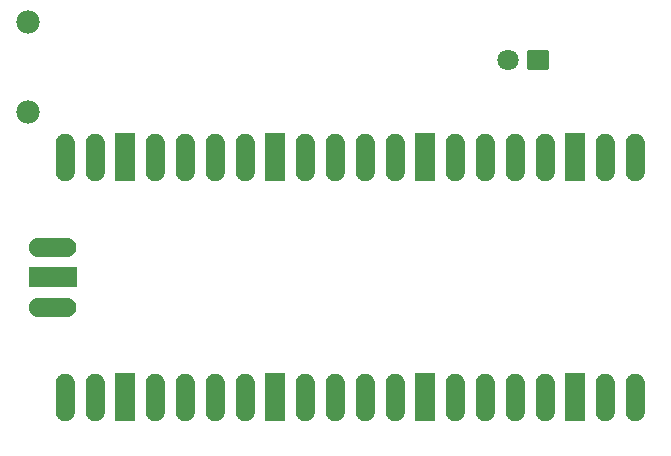
<source format=gbs>
G04 Layer: BottomSolderMaskLayer*
G04 EasyEDA v6.5.42, 2024-06-06 15:11:34*
G04 747d3a1ba2664cf59a20e4d60a0d89bc,449d0d4cb6024136a387a2ed91670e05,10*
G04 Gerber Generator version 0.2*
G04 Scale: 100 percent, Rotated: No, Reflected: No *
G04 Dimensions in millimeters *
G04 leading zeros omitted , absolute positions ,4 integer and 5 decimal *
%FSLAX45Y45*%
%MOMM*%

%AMMACRO1*1,1,$1,$2,$3*1,1,$1,$4,$5*1,1,$1,0-$2,0-$3*1,1,$1,0-$4,0-$5*20,1,$1,$2,$3,$4,$5,0*20,1,$1,$4,$5,0-$2,0-$3,0*20,1,$1,0-$2,0-$3,0-$4,0-$5,0*20,1,$1,0-$4,0-$5,$2,$3,0*4,1,4,$2,$3,$4,$5,0-$2,0-$3,0-$4,0-$5,$2,$3,0*%
%AMMACRO2*4,1,4,-0.8128,-2.019,-0.8128,2.019,0.8128,2.019,0.8128,-2.019,-0.8128,-2.019,0*%
%AMMACRO3*4,1,4,-2.019,-0.8128,-2.019,0.8128,2.019,0.8128,2.019,-0.8128,-2.019,-0.8128,0*%
%ADD10MACRO1,0.1016X0.85X-0.7874X-0.85X-0.7874*%
%ADD11C,1.8016*%
%ADD12MACRO2*%
%ADD13MACRO3*%
%ADD14C,1.9812*%
%ADD15C,0.0185*%

%LPD*%
D10*
G01*
X5460998Y3937000D03*
D11*
G01*
X5207000Y3937000D03*
G36*
X6284468Y2909595D02*
G01*
X6280429Y2909773D01*
X6276390Y2910204D01*
X6272377Y2910814D01*
X6268415Y2911602D01*
X6264503Y2912592D01*
X6260642Y2913786D01*
X6256807Y2915183D01*
X6253073Y2916758D01*
X6249390Y2918510D01*
X6245859Y2920466D01*
X6242380Y2922574D01*
X6239052Y2924860D01*
X6235827Y2927299D01*
X6232728Y2929915D01*
X6229756Y2932658D01*
X6226911Y2935554D01*
X6224219Y2938627D01*
X6221729Y2941777D01*
X6219342Y2945053D01*
X6217132Y2948482D01*
X6215100Y2951962D01*
X6213246Y2955594D01*
X6211620Y2959277D01*
X6210122Y2963037D01*
X6208826Y2966897D01*
X6207734Y2970809D01*
X6206845Y2974771D01*
X6206134Y2978734D01*
X6205626Y2982747D01*
X6205321Y2986786D01*
X6205220Y2990773D01*
X6205220Y3232226D01*
X6205321Y3236188D01*
X6205626Y3240252D01*
X6206134Y3244265D01*
X6206845Y3248228D01*
X6207734Y3252190D01*
X6208826Y3256102D01*
X6210122Y3259962D01*
X6211620Y3263722D01*
X6213246Y3267405D01*
X6215100Y3271037D01*
X6217132Y3274517D01*
X6219342Y3277946D01*
X6221729Y3281222D01*
X6224244Y3284397D01*
X6226911Y3287420D01*
X6229731Y3290341D01*
X6232728Y3293110D01*
X6235827Y3295675D01*
X6239052Y3298139D01*
X6242380Y3300425D01*
X6245859Y3302533D01*
X6249415Y3304489D01*
X6253073Y3306216D01*
X6256807Y3307816D01*
X6260642Y3309213D01*
X6264503Y3310407D01*
X6268415Y3311397D01*
X6272377Y3312185D01*
X6276390Y3312795D01*
X6280429Y3313226D01*
X6284468Y3313404D01*
X6288531Y3313404D01*
X6292570Y3313226D01*
X6296609Y3312795D01*
X6300622Y3312185D01*
X6304584Y3311397D01*
X6308521Y3310407D01*
X6312408Y3309213D01*
X6316218Y3307816D01*
X6319926Y3306216D01*
X6323584Y3304489D01*
X6327140Y3302533D01*
X6330619Y3300425D01*
X6333947Y3298139D01*
X6337198Y3295675D01*
X6340271Y3293084D01*
X6343268Y3290341D01*
X6346088Y3287420D01*
X6348755Y3284397D01*
X6351270Y3281222D01*
X6353657Y3277946D01*
X6355867Y3274517D01*
X6357899Y3271037D01*
X6359753Y3267405D01*
X6361379Y3263722D01*
X6362877Y3259962D01*
X6364173Y3256102D01*
X6365265Y3252190D01*
X6366179Y3248253D01*
X6366890Y3244265D01*
X6367373Y3240227D01*
X6367678Y3236188D01*
X6367779Y3232226D01*
X6367779Y2990773D01*
X6367678Y2986786D01*
X6367373Y2982772D01*
X6366890Y2978734D01*
X6366179Y2974746D01*
X6365265Y2970809D01*
X6364173Y2966897D01*
X6362877Y2963037D01*
X6361379Y2959277D01*
X6359753Y2955594D01*
X6357899Y2951962D01*
X6355867Y2948482D01*
X6353657Y2945053D01*
X6351270Y2941777D01*
X6348780Y2938627D01*
X6346088Y2935554D01*
X6343243Y2932658D01*
X6340271Y2929915D01*
X6337198Y2927299D01*
X6333921Y2924835D01*
X6330619Y2922574D01*
X6327140Y2920466D01*
X6323609Y2918510D01*
X6319926Y2916758D01*
X6316192Y2915183D01*
X6312408Y2913786D01*
X6308521Y2912592D01*
X6304584Y2911602D01*
X6300622Y2910814D01*
X6296609Y2910204D01*
X6292570Y2909773D01*
X6288531Y2909595D01*
G37*
G36*
X6030468Y2909595D02*
G01*
X6026429Y2909773D01*
X6022390Y2910204D01*
X6018377Y2910814D01*
X6014415Y2911602D01*
X6010503Y2912592D01*
X6006642Y2913786D01*
X6002807Y2915183D01*
X5999073Y2916758D01*
X5995390Y2918510D01*
X5991859Y2920466D01*
X5988380Y2922574D01*
X5985052Y2924860D01*
X5981827Y2927299D01*
X5978728Y2929915D01*
X5975756Y2932658D01*
X5972911Y2935554D01*
X5970219Y2938627D01*
X5967729Y2941777D01*
X5965342Y2945053D01*
X5963132Y2948482D01*
X5961100Y2951962D01*
X5959246Y2955594D01*
X5957620Y2959277D01*
X5956122Y2963037D01*
X5954826Y2966897D01*
X5953734Y2970809D01*
X5952845Y2974771D01*
X5952134Y2978734D01*
X5951626Y2982747D01*
X5951321Y2986786D01*
X5951220Y2990773D01*
X5951220Y3232226D01*
X5951321Y3236188D01*
X5951626Y3240252D01*
X5952134Y3244265D01*
X5952845Y3248228D01*
X5953734Y3252190D01*
X5954826Y3256102D01*
X5956122Y3259962D01*
X5957620Y3263722D01*
X5959246Y3267405D01*
X5961100Y3271037D01*
X5963132Y3274517D01*
X5965342Y3277946D01*
X5967729Y3281222D01*
X5970244Y3284397D01*
X5972911Y3287420D01*
X5975731Y3290341D01*
X5978728Y3293110D01*
X5981827Y3295675D01*
X5985052Y3298139D01*
X5988380Y3300425D01*
X5991859Y3302533D01*
X5995415Y3304489D01*
X5999073Y3306216D01*
X6002807Y3307816D01*
X6006642Y3309213D01*
X6010503Y3310407D01*
X6014415Y3311397D01*
X6018377Y3312185D01*
X6022390Y3312795D01*
X6026429Y3313226D01*
X6030468Y3313404D01*
X6034531Y3313404D01*
X6038570Y3313226D01*
X6042609Y3312795D01*
X6046622Y3312185D01*
X6050584Y3311397D01*
X6054521Y3310407D01*
X6058408Y3309213D01*
X6062218Y3307816D01*
X6065926Y3306216D01*
X6069584Y3304489D01*
X6073140Y3302533D01*
X6076619Y3300425D01*
X6079947Y3298139D01*
X6083198Y3295675D01*
X6086271Y3293084D01*
X6089268Y3290341D01*
X6092088Y3287420D01*
X6094755Y3284397D01*
X6097270Y3281222D01*
X6099657Y3277946D01*
X6101867Y3274517D01*
X6103899Y3271037D01*
X6105753Y3267405D01*
X6107379Y3263722D01*
X6108877Y3259962D01*
X6110173Y3256102D01*
X6111265Y3252190D01*
X6112179Y3248253D01*
X6112890Y3244265D01*
X6113373Y3240227D01*
X6113678Y3236188D01*
X6113779Y3232226D01*
X6113779Y2990773D01*
X6113678Y2986786D01*
X6113373Y2982772D01*
X6112890Y2978734D01*
X6112179Y2974746D01*
X6111265Y2970809D01*
X6110173Y2966897D01*
X6108877Y2963037D01*
X6107379Y2959277D01*
X6105753Y2955594D01*
X6103899Y2951962D01*
X6101867Y2948482D01*
X6099657Y2945053D01*
X6097270Y2941777D01*
X6094780Y2938627D01*
X6092088Y2935554D01*
X6089243Y2932658D01*
X6086271Y2929915D01*
X6083198Y2927299D01*
X6079921Y2924835D01*
X6076619Y2922574D01*
X6073140Y2920466D01*
X6069609Y2918510D01*
X6065926Y2916758D01*
X6062192Y2915183D01*
X6058408Y2913786D01*
X6054521Y2912592D01*
X6050584Y2911602D01*
X6046622Y2910814D01*
X6042609Y2910204D01*
X6038570Y2909773D01*
X6034531Y2909595D01*
G37*
D12*
G01*
X5778500Y3111500D03*
G36*
X5522468Y2909595D02*
G01*
X5518429Y2909773D01*
X5514390Y2910204D01*
X5510377Y2910814D01*
X5506415Y2911602D01*
X5502503Y2912592D01*
X5498642Y2913786D01*
X5494807Y2915183D01*
X5491073Y2916758D01*
X5487390Y2918510D01*
X5483859Y2920466D01*
X5480380Y2922574D01*
X5477052Y2924860D01*
X5473827Y2927299D01*
X5470728Y2929915D01*
X5467756Y2932658D01*
X5464911Y2935554D01*
X5462219Y2938627D01*
X5459729Y2941777D01*
X5457342Y2945053D01*
X5455132Y2948482D01*
X5453100Y2951962D01*
X5451246Y2955594D01*
X5449620Y2959277D01*
X5448122Y2963037D01*
X5446826Y2966897D01*
X5445734Y2970809D01*
X5444845Y2974771D01*
X5444134Y2978734D01*
X5443626Y2982747D01*
X5443321Y2986786D01*
X5443220Y2990773D01*
X5443220Y3232226D01*
X5443321Y3236188D01*
X5443626Y3240252D01*
X5444134Y3244265D01*
X5444845Y3248228D01*
X5445734Y3252190D01*
X5446826Y3256102D01*
X5448122Y3259962D01*
X5449620Y3263722D01*
X5451246Y3267405D01*
X5453100Y3271037D01*
X5455132Y3274517D01*
X5457342Y3277946D01*
X5459729Y3281222D01*
X5462244Y3284397D01*
X5464911Y3287420D01*
X5467731Y3290341D01*
X5470728Y3293110D01*
X5473827Y3295675D01*
X5477052Y3298139D01*
X5480380Y3300425D01*
X5483859Y3302533D01*
X5487415Y3304489D01*
X5491073Y3306216D01*
X5494807Y3307816D01*
X5498642Y3309213D01*
X5502503Y3310407D01*
X5506415Y3311397D01*
X5510377Y3312185D01*
X5514390Y3312795D01*
X5518429Y3313226D01*
X5522468Y3313404D01*
X5526531Y3313404D01*
X5530570Y3313226D01*
X5534609Y3312795D01*
X5538622Y3312185D01*
X5542584Y3311397D01*
X5546521Y3310407D01*
X5550408Y3309213D01*
X5554218Y3307816D01*
X5557926Y3306216D01*
X5561584Y3304489D01*
X5565140Y3302533D01*
X5568619Y3300425D01*
X5571947Y3298139D01*
X5575198Y3295675D01*
X5578271Y3293084D01*
X5581268Y3290341D01*
X5584088Y3287420D01*
X5586755Y3284397D01*
X5589270Y3281222D01*
X5591657Y3277946D01*
X5593867Y3274517D01*
X5595899Y3271037D01*
X5597753Y3267405D01*
X5599379Y3263722D01*
X5600877Y3259962D01*
X5602173Y3256102D01*
X5603265Y3252190D01*
X5604179Y3248253D01*
X5604890Y3244265D01*
X5605373Y3240227D01*
X5605678Y3236188D01*
X5605779Y3232226D01*
X5605779Y2990773D01*
X5605678Y2986786D01*
X5605373Y2982772D01*
X5604890Y2978734D01*
X5604179Y2974746D01*
X5603265Y2970809D01*
X5602173Y2966897D01*
X5600877Y2963037D01*
X5599379Y2959277D01*
X5597753Y2955594D01*
X5595899Y2951962D01*
X5593867Y2948482D01*
X5591657Y2945053D01*
X5589270Y2941777D01*
X5586780Y2938627D01*
X5584088Y2935554D01*
X5581243Y2932658D01*
X5578271Y2929915D01*
X5575198Y2927299D01*
X5571921Y2924835D01*
X5568619Y2922574D01*
X5565140Y2920466D01*
X5561609Y2918510D01*
X5557926Y2916758D01*
X5554192Y2915183D01*
X5550408Y2913786D01*
X5546521Y2912592D01*
X5542584Y2911602D01*
X5538622Y2910814D01*
X5534609Y2910204D01*
X5530570Y2909773D01*
X5526531Y2909595D01*
G37*
G36*
X5268468Y2909595D02*
G01*
X5264429Y2909773D01*
X5260390Y2910204D01*
X5256377Y2910814D01*
X5252415Y2911602D01*
X5248503Y2912592D01*
X5244642Y2913786D01*
X5240807Y2915183D01*
X5237073Y2916758D01*
X5233390Y2918510D01*
X5229859Y2920466D01*
X5226380Y2922574D01*
X5223052Y2924860D01*
X5219827Y2927299D01*
X5216728Y2929915D01*
X5213756Y2932658D01*
X5210911Y2935554D01*
X5208219Y2938627D01*
X5205729Y2941777D01*
X5203342Y2945053D01*
X5201132Y2948482D01*
X5199100Y2951962D01*
X5197246Y2955594D01*
X5195620Y2959277D01*
X5194122Y2963037D01*
X5192826Y2966897D01*
X5191734Y2970809D01*
X5190845Y2974771D01*
X5190134Y2978734D01*
X5189626Y2982747D01*
X5189321Y2986786D01*
X5189220Y2990773D01*
X5189220Y3232226D01*
X5189321Y3236188D01*
X5189626Y3240252D01*
X5190134Y3244265D01*
X5190845Y3248228D01*
X5191734Y3252190D01*
X5192826Y3256102D01*
X5194122Y3259962D01*
X5195620Y3263722D01*
X5197246Y3267405D01*
X5199100Y3271037D01*
X5201132Y3274517D01*
X5203342Y3277946D01*
X5205729Y3281222D01*
X5208244Y3284397D01*
X5210911Y3287420D01*
X5213731Y3290341D01*
X5216728Y3293110D01*
X5219827Y3295675D01*
X5223052Y3298139D01*
X5226380Y3300425D01*
X5229859Y3302533D01*
X5233415Y3304489D01*
X5237073Y3306216D01*
X5240807Y3307816D01*
X5244642Y3309213D01*
X5248503Y3310407D01*
X5252415Y3311397D01*
X5256377Y3312185D01*
X5260390Y3312795D01*
X5264429Y3313226D01*
X5268468Y3313404D01*
X5272531Y3313404D01*
X5276570Y3313226D01*
X5280609Y3312795D01*
X5284622Y3312185D01*
X5288584Y3311397D01*
X5292521Y3310407D01*
X5296408Y3309213D01*
X5300218Y3307816D01*
X5303926Y3306216D01*
X5307584Y3304489D01*
X5311140Y3302533D01*
X5314619Y3300425D01*
X5317947Y3298139D01*
X5321198Y3295675D01*
X5324271Y3293084D01*
X5327268Y3290341D01*
X5330088Y3287420D01*
X5332755Y3284397D01*
X5335270Y3281222D01*
X5337657Y3277946D01*
X5339867Y3274517D01*
X5341899Y3271037D01*
X5343753Y3267405D01*
X5345379Y3263722D01*
X5346877Y3259962D01*
X5348173Y3256102D01*
X5349265Y3252190D01*
X5350179Y3248253D01*
X5350890Y3244265D01*
X5351373Y3240227D01*
X5351678Y3236188D01*
X5351779Y3232226D01*
X5351779Y2990773D01*
X5351678Y2986786D01*
X5351373Y2982772D01*
X5350890Y2978734D01*
X5350179Y2974746D01*
X5349265Y2970809D01*
X5348173Y2966897D01*
X5346877Y2963037D01*
X5345379Y2959277D01*
X5343753Y2955594D01*
X5341899Y2951962D01*
X5339867Y2948482D01*
X5337657Y2945053D01*
X5335270Y2941777D01*
X5332780Y2938627D01*
X5330088Y2935554D01*
X5327243Y2932658D01*
X5324271Y2929915D01*
X5321198Y2927299D01*
X5317921Y2924835D01*
X5314619Y2922574D01*
X5311140Y2920466D01*
X5307609Y2918510D01*
X5303926Y2916758D01*
X5300192Y2915183D01*
X5296408Y2913786D01*
X5292521Y2912592D01*
X5288584Y2911602D01*
X5284622Y2910814D01*
X5280609Y2910204D01*
X5276570Y2909773D01*
X5272531Y2909595D01*
G37*
G36*
X5014468Y2909595D02*
G01*
X5010429Y2909773D01*
X5006390Y2910204D01*
X5002377Y2910814D01*
X4998415Y2911602D01*
X4994503Y2912592D01*
X4990642Y2913786D01*
X4986807Y2915183D01*
X4983073Y2916758D01*
X4979390Y2918510D01*
X4975859Y2920466D01*
X4972380Y2922574D01*
X4969052Y2924860D01*
X4965827Y2927299D01*
X4962728Y2929915D01*
X4959756Y2932658D01*
X4956911Y2935554D01*
X4954219Y2938627D01*
X4951729Y2941777D01*
X4949342Y2945053D01*
X4947132Y2948482D01*
X4945100Y2951962D01*
X4943246Y2955594D01*
X4941620Y2959277D01*
X4940122Y2963037D01*
X4938826Y2966897D01*
X4937734Y2970809D01*
X4936845Y2974771D01*
X4936134Y2978734D01*
X4935626Y2982747D01*
X4935321Y2986786D01*
X4935220Y2990773D01*
X4935220Y3232226D01*
X4935321Y3236188D01*
X4935626Y3240252D01*
X4936134Y3244265D01*
X4936845Y3248228D01*
X4937734Y3252190D01*
X4938826Y3256102D01*
X4940122Y3259962D01*
X4941620Y3263722D01*
X4943246Y3267405D01*
X4945100Y3271037D01*
X4947132Y3274517D01*
X4949342Y3277946D01*
X4951729Y3281222D01*
X4954244Y3284397D01*
X4956911Y3287420D01*
X4959731Y3290341D01*
X4962728Y3293110D01*
X4965827Y3295675D01*
X4969052Y3298139D01*
X4972380Y3300425D01*
X4975859Y3302533D01*
X4979415Y3304489D01*
X4983073Y3306216D01*
X4986807Y3307816D01*
X4990642Y3309213D01*
X4994503Y3310407D01*
X4998415Y3311397D01*
X5002377Y3312185D01*
X5006390Y3312795D01*
X5010429Y3313226D01*
X5014468Y3313404D01*
X5018531Y3313404D01*
X5022570Y3313226D01*
X5026609Y3312795D01*
X5030622Y3312185D01*
X5034584Y3311397D01*
X5038521Y3310407D01*
X5042408Y3309213D01*
X5046218Y3307816D01*
X5049926Y3306216D01*
X5053584Y3304489D01*
X5057140Y3302533D01*
X5060619Y3300425D01*
X5063947Y3298139D01*
X5067198Y3295675D01*
X5070271Y3293084D01*
X5073268Y3290341D01*
X5076088Y3287420D01*
X5078755Y3284397D01*
X5081270Y3281222D01*
X5083657Y3277946D01*
X5085867Y3274517D01*
X5087899Y3271037D01*
X5089753Y3267405D01*
X5091379Y3263722D01*
X5092877Y3259962D01*
X5094173Y3256102D01*
X5095265Y3252190D01*
X5096179Y3248253D01*
X5096890Y3244265D01*
X5097373Y3240227D01*
X5097678Y3236188D01*
X5097779Y3232226D01*
X5097779Y2990773D01*
X5097678Y2986786D01*
X5097373Y2982772D01*
X5096890Y2978734D01*
X5096179Y2974746D01*
X5095265Y2970809D01*
X5094173Y2966897D01*
X5092877Y2963037D01*
X5091379Y2959277D01*
X5089753Y2955594D01*
X5087899Y2951962D01*
X5085867Y2948482D01*
X5083657Y2945053D01*
X5081270Y2941777D01*
X5078780Y2938627D01*
X5076088Y2935554D01*
X5073243Y2932658D01*
X5070271Y2929915D01*
X5067198Y2927299D01*
X5063921Y2924835D01*
X5060619Y2922574D01*
X5057140Y2920466D01*
X5053609Y2918510D01*
X5049926Y2916758D01*
X5046192Y2915183D01*
X5042408Y2913786D01*
X5038521Y2912592D01*
X5034584Y2911602D01*
X5030622Y2910814D01*
X5026609Y2910204D01*
X5022570Y2909773D01*
X5018531Y2909595D01*
G37*
G36*
X4760468Y2909595D02*
G01*
X4756429Y2909773D01*
X4752390Y2910204D01*
X4748377Y2910814D01*
X4744415Y2911602D01*
X4740503Y2912592D01*
X4736642Y2913786D01*
X4732807Y2915183D01*
X4729073Y2916758D01*
X4725390Y2918510D01*
X4721859Y2920466D01*
X4718380Y2922574D01*
X4715052Y2924860D01*
X4711827Y2927299D01*
X4708728Y2929915D01*
X4705756Y2932658D01*
X4702911Y2935554D01*
X4700219Y2938627D01*
X4697729Y2941777D01*
X4695342Y2945053D01*
X4693132Y2948482D01*
X4691100Y2951962D01*
X4689246Y2955594D01*
X4687620Y2959277D01*
X4686122Y2963037D01*
X4684826Y2966897D01*
X4683734Y2970809D01*
X4682845Y2974771D01*
X4682134Y2978734D01*
X4681626Y2982747D01*
X4681321Y2986786D01*
X4681220Y2990773D01*
X4681220Y3232226D01*
X4681321Y3236188D01*
X4681626Y3240252D01*
X4682134Y3244265D01*
X4682845Y3248228D01*
X4683734Y3252190D01*
X4684826Y3256102D01*
X4686122Y3259962D01*
X4687620Y3263722D01*
X4689246Y3267405D01*
X4691100Y3271037D01*
X4693132Y3274517D01*
X4695342Y3277946D01*
X4697729Y3281222D01*
X4700244Y3284397D01*
X4702911Y3287420D01*
X4705731Y3290341D01*
X4708728Y3293110D01*
X4711827Y3295675D01*
X4715052Y3298139D01*
X4718380Y3300425D01*
X4721859Y3302533D01*
X4725415Y3304489D01*
X4729073Y3306216D01*
X4732807Y3307816D01*
X4736642Y3309213D01*
X4740503Y3310407D01*
X4744415Y3311397D01*
X4748377Y3312185D01*
X4752390Y3312795D01*
X4756429Y3313226D01*
X4760468Y3313404D01*
X4764531Y3313404D01*
X4768570Y3313226D01*
X4772609Y3312795D01*
X4776622Y3312185D01*
X4780584Y3311397D01*
X4784521Y3310407D01*
X4788408Y3309213D01*
X4792218Y3307816D01*
X4795926Y3306216D01*
X4799584Y3304489D01*
X4803140Y3302533D01*
X4806619Y3300425D01*
X4809947Y3298139D01*
X4813198Y3295675D01*
X4816271Y3293084D01*
X4819268Y3290341D01*
X4822088Y3287420D01*
X4824755Y3284397D01*
X4827270Y3281222D01*
X4829657Y3277946D01*
X4831867Y3274517D01*
X4833899Y3271037D01*
X4835753Y3267405D01*
X4837379Y3263722D01*
X4838877Y3259962D01*
X4840173Y3256102D01*
X4841265Y3252190D01*
X4842179Y3248253D01*
X4842890Y3244265D01*
X4843373Y3240227D01*
X4843678Y3236188D01*
X4843779Y3232226D01*
X4843779Y2990773D01*
X4843678Y2986786D01*
X4843373Y2982772D01*
X4842890Y2978734D01*
X4842179Y2974746D01*
X4841265Y2970809D01*
X4840173Y2966897D01*
X4838877Y2963037D01*
X4837379Y2959277D01*
X4835753Y2955594D01*
X4833899Y2951962D01*
X4831867Y2948482D01*
X4829657Y2945053D01*
X4827270Y2941777D01*
X4824780Y2938627D01*
X4822088Y2935554D01*
X4819243Y2932658D01*
X4816271Y2929915D01*
X4813198Y2927299D01*
X4809921Y2924835D01*
X4806619Y2922574D01*
X4803140Y2920466D01*
X4799609Y2918510D01*
X4795926Y2916758D01*
X4792192Y2915183D01*
X4788408Y2913786D01*
X4784521Y2912592D01*
X4780584Y2911602D01*
X4776622Y2910814D01*
X4772609Y2910204D01*
X4768570Y2909773D01*
X4764531Y2909595D01*
G37*
G36*
X4252468Y2909595D02*
G01*
X4248429Y2909773D01*
X4244390Y2910204D01*
X4240377Y2910814D01*
X4236415Y2911602D01*
X4232503Y2912592D01*
X4228642Y2913786D01*
X4224807Y2915183D01*
X4221073Y2916758D01*
X4217390Y2918510D01*
X4213859Y2920466D01*
X4210380Y2922574D01*
X4207052Y2924860D01*
X4203827Y2927299D01*
X4200728Y2929915D01*
X4197756Y2932658D01*
X4194911Y2935554D01*
X4192219Y2938627D01*
X4189729Y2941777D01*
X4187342Y2945053D01*
X4185132Y2948482D01*
X4183100Y2951962D01*
X4181246Y2955594D01*
X4179620Y2959277D01*
X4178122Y2963037D01*
X4176826Y2966897D01*
X4175734Y2970809D01*
X4174845Y2974746D01*
X4174109Y2978734D01*
X4173626Y2982772D01*
X4173321Y2986786D01*
X4173220Y2990773D01*
X4173220Y3232226D01*
X4173321Y3236188D01*
X4173626Y3240227D01*
X4174109Y3244265D01*
X4174845Y3248253D01*
X4175734Y3252190D01*
X4176826Y3256102D01*
X4178122Y3259962D01*
X4179620Y3263722D01*
X4181246Y3267405D01*
X4183100Y3271037D01*
X4185132Y3274517D01*
X4187342Y3277946D01*
X4189729Y3281222D01*
X4192244Y3284397D01*
X4194911Y3287420D01*
X4197731Y3290341D01*
X4200728Y3293110D01*
X4203827Y3295675D01*
X4207052Y3298139D01*
X4210380Y3300425D01*
X4213859Y3302533D01*
X4217415Y3304489D01*
X4221073Y3306216D01*
X4224807Y3307816D01*
X4228642Y3309213D01*
X4232503Y3310407D01*
X4236415Y3311397D01*
X4240377Y3312185D01*
X4244390Y3312795D01*
X4248429Y3313226D01*
X4252468Y3313404D01*
X4256531Y3313404D01*
X4260570Y3313226D01*
X4264609Y3312795D01*
X4268622Y3312185D01*
X4272584Y3311397D01*
X4276521Y3310407D01*
X4280408Y3309213D01*
X4284218Y3307816D01*
X4287926Y3306216D01*
X4291584Y3304489D01*
X4295140Y3302533D01*
X4298619Y3300425D01*
X4301947Y3298139D01*
X4305198Y3295675D01*
X4308271Y3293084D01*
X4311268Y3290341D01*
X4314088Y3287420D01*
X4316755Y3284397D01*
X4319270Y3281222D01*
X4321657Y3277946D01*
X4323867Y3274517D01*
X4325899Y3271037D01*
X4327753Y3267405D01*
X4329379Y3263722D01*
X4330877Y3259962D01*
X4332173Y3256102D01*
X4333265Y3252190D01*
X4334154Y3248253D01*
X4334890Y3244265D01*
X4335373Y3240227D01*
X4335678Y3236188D01*
X4335779Y3232226D01*
X4335779Y2990773D01*
X4335678Y2986786D01*
X4335373Y2982772D01*
X4334890Y2978734D01*
X4334154Y2974746D01*
X4333265Y2970809D01*
X4332173Y2966897D01*
X4330877Y2963037D01*
X4329379Y2959277D01*
X4327753Y2955594D01*
X4325899Y2951962D01*
X4323867Y2948482D01*
X4321657Y2945053D01*
X4319270Y2941777D01*
X4316780Y2938627D01*
X4314088Y2935554D01*
X4311243Y2932658D01*
X4308271Y2929915D01*
X4305198Y2927299D01*
X4301921Y2924835D01*
X4298619Y2922574D01*
X4295140Y2920466D01*
X4291609Y2918510D01*
X4287926Y2916758D01*
X4284192Y2915183D01*
X4280408Y2913786D01*
X4276521Y2912592D01*
X4272584Y2911602D01*
X4268622Y2910814D01*
X4264609Y2910204D01*
X4260570Y2909773D01*
X4256531Y2909595D01*
G37*
G36*
X3998468Y2909595D02*
G01*
X3994429Y2909773D01*
X3990390Y2910204D01*
X3986377Y2910814D01*
X3982415Y2911602D01*
X3978503Y2912592D01*
X3974642Y2913786D01*
X3970807Y2915183D01*
X3967073Y2916758D01*
X3963390Y2918510D01*
X3959859Y2920466D01*
X3956380Y2922574D01*
X3953052Y2924860D01*
X3949827Y2927299D01*
X3946728Y2929915D01*
X3943756Y2932658D01*
X3940911Y2935554D01*
X3938219Y2938627D01*
X3935729Y2941777D01*
X3933342Y2945053D01*
X3931132Y2948482D01*
X3929100Y2951962D01*
X3927246Y2955594D01*
X3925620Y2959277D01*
X3924122Y2963037D01*
X3922826Y2966897D01*
X3921734Y2970809D01*
X3920845Y2974746D01*
X3920109Y2978734D01*
X3919626Y2982772D01*
X3919321Y2986786D01*
X3919220Y2990773D01*
X3919220Y3232226D01*
X3919321Y3236188D01*
X3919626Y3240227D01*
X3920109Y3244265D01*
X3920845Y3248253D01*
X3921734Y3252190D01*
X3922826Y3256102D01*
X3924122Y3259962D01*
X3925620Y3263722D01*
X3927246Y3267405D01*
X3929100Y3271037D01*
X3931132Y3274517D01*
X3933342Y3277946D01*
X3935729Y3281222D01*
X3938244Y3284397D01*
X3940911Y3287420D01*
X3943731Y3290341D01*
X3946728Y3293110D01*
X3949827Y3295675D01*
X3953052Y3298139D01*
X3956380Y3300425D01*
X3959859Y3302533D01*
X3963415Y3304489D01*
X3967073Y3306216D01*
X3970807Y3307816D01*
X3974642Y3309213D01*
X3978503Y3310407D01*
X3982415Y3311397D01*
X3986377Y3312185D01*
X3990390Y3312795D01*
X3994429Y3313226D01*
X3998468Y3313404D01*
X4002531Y3313404D01*
X4006570Y3313226D01*
X4010609Y3312795D01*
X4014622Y3312185D01*
X4018584Y3311397D01*
X4022521Y3310407D01*
X4026408Y3309213D01*
X4030218Y3307816D01*
X4033926Y3306216D01*
X4037584Y3304489D01*
X4041140Y3302533D01*
X4044619Y3300425D01*
X4047947Y3298139D01*
X4051198Y3295675D01*
X4054271Y3293084D01*
X4057268Y3290341D01*
X4060088Y3287420D01*
X4062755Y3284397D01*
X4065270Y3281222D01*
X4067657Y3277946D01*
X4069867Y3274517D01*
X4071899Y3271037D01*
X4073753Y3267405D01*
X4075379Y3263722D01*
X4076877Y3259962D01*
X4078173Y3256102D01*
X4079265Y3252190D01*
X4080154Y3248253D01*
X4080890Y3244265D01*
X4081373Y3240227D01*
X4081678Y3236188D01*
X4081779Y3232226D01*
X4081779Y2990773D01*
X4081678Y2986786D01*
X4081373Y2982772D01*
X4080890Y2978734D01*
X4080154Y2974746D01*
X4079265Y2970809D01*
X4078173Y2966897D01*
X4076877Y2963037D01*
X4075379Y2959277D01*
X4073753Y2955594D01*
X4071899Y2951962D01*
X4069867Y2948482D01*
X4067657Y2945053D01*
X4065270Y2941777D01*
X4062780Y2938627D01*
X4060088Y2935554D01*
X4057243Y2932658D01*
X4054271Y2929915D01*
X4051198Y2927299D01*
X4047921Y2924835D01*
X4044619Y2922574D01*
X4041140Y2920466D01*
X4037609Y2918510D01*
X4033926Y2916758D01*
X4030192Y2915183D01*
X4026408Y2913786D01*
X4022521Y2912592D01*
X4018584Y2911602D01*
X4014622Y2910814D01*
X4010609Y2910204D01*
X4006570Y2909773D01*
X4002531Y2909595D01*
G37*
G36*
X3744468Y2909595D02*
G01*
X3740429Y2909773D01*
X3736390Y2910204D01*
X3732377Y2910814D01*
X3728415Y2911602D01*
X3724503Y2912592D01*
X3720642Y2913786D01*
X3716807Y2915183D01*
X3713073Y2916758D01*
X3709390Y2918510D01*
X3705859Y2920466D01*
X3702380Y2922574D01*
X3699052Y2924860D01*
X3695827Y2927299D01*
X3692728Y2929915D01*
X3689756Y2932658D01*
X3686911Y2935554D01*
X3684219Y2938627D01*
X3681729Y2941777D01*
X3679342Y2945053D01*
X3677132Y2948482D01*
X3675100Y2951962D01*
X3673246Y2955594D01*
X3671620Y2959277D01*
X3670122Y2963037D01*
X3668826Y2966897D01*
X3667734Y2970809D01*
X3666845Y2974746D01*
X3666109Y2978734D01*
X3665626Y2982772D01*
X3665321Y2986786D01*
X3665220Y2990773D01*
X3665220Y3232226D01*
X3665321Y3236188D01*
X3665626Y3240227D01*
X3666109Y3244265D01*
X3666845Y3248253D01*
X3667734Y3252190D01*
X3668826Y3256102D01*
X3670122Y3259962D01*
X3671620Y3263722D01*
X3673246Y3267405D01*
X3675100Y3271037D01*
X3677132Y3274517D01*
X3679342Y3277946D01*
X3681729Y3281222D01*
X3684244Y3284397D01*
X3686911Y3287420D01*
X3689731Y3290341D01*
X3692728Y3293110D01*
X3695827Y3295675D01*
X3699052Y3298139D01*
X3702380Y3300425D01*
X3705859Y3302533D01*
X3709415Y3304489D01*
X3713073Y3306216D01*
X3716807Y3307816D01*
X3720642Y3309213D01*
X3724503Y3310407D01*
X3728415Y3311397D01*
X3732377Y3312185D01*
X3736390Y3312795D01*
X3740429Y3313226D01*
X3744468Y3313404D01*
X3748531Y3313404D01*
X3752570Y3313226D01*
X3756609Y3312795D01*
X3760622Y3312185D01*
X3764584Y3311397D01*
X3768521Y3310407D01*
X3772408Y3309213D01*
X3776218Y3307816D01*
X3779926Y3306216D01*
X3783584Y3304489D01*
X3787140Y3302533D01*
X3790619Y3300425D01*
X3793947Y3298139D01*
X3797198Y3295675D01*
X3800271Y3293084D01*
X3803268Y3290341D01*
X3806088Y3287420D01*
X3808755Y3284397D01*
X3811270Y3281222D01*
X3813657Y3277946D01*
X3815867Y3274517D01*
X3817899Y3271037D01*
X3819753Y3267405D01*
X3821379Y3263722D01*
X3822877Y3259962D01*
X3824173Y3256102D01*
X3825265Y3252190D01*
X3826154Y3248253D01*
X3826890Y3244265D01*
X3827373Y3240227D01*
X3827678Y3236188D01*
X3827779Y3232226D01*
X3827779Y2990773D01*
X3827678Y2986786D01*
X3827373Y2982772D01*
X3826890Y2978734D01*
X3826154Y2974746D01*
X3825265Y2970809D01*
X3824173Y2966897D01*
X3822877Y2963037D01*
X3821379Y2959277D01*
X3819753Y2955594D01*
X3817899Y2951962D01*
X3815867Y2948482D01*
X3813657Y2945053D01*
X3811270Y2941777D01*
X3808780Y2938627D01*
X3806088Y2935554D01*
X3803243Y2932658D01*
X3800271Y2929915D01*
X3797198Y2927299D01*
X3793921Y2924835D01*
X3790619Y2922574D01*
X3787140Y2920466D01*
X3783609Y2918510D01*
X3779926Y2916758D01*
X3776192Y2915183D01*
X3772408Y2913786D01*
X3768521Y2912592D01*
X3764584Y2911602D01*
X3760622Y2910814D01*
X3756609Y2910204D01*
X3752570Y2909773D01*
X3748531Y2909595D01*
G37*
G36*
X3490468Y2909595D02*
G01*
X3486429Y2909773D01*
X3482390Y2910204D01*
X3478377Y2910814D01*
X3474415Y2911602D01*
X3470503Y2912592D01*
X3466642Y2913786D01*
X3462807Y2915183D01*
X3459073Y2916758D01*
X3455390Y2918510D01*
X3451859Y2920466D01*
X3448380Y2922574D01*
X3445052Y2924860D01*
X3441827Y2927299D01*
X3438728Y2929915D01*
X3435756Y2932658D01*
X3432911Y2935554D01*
X3430219Y2938627D01*
X3427729Y2941777D01*
X3425342Y2945053D01*
X3423132Y2948482D01*
X3421100Y2951962D01*
X3419246Y2955594D01*
X3417620Y2959277D01*
X3416122Y2963037D01*
X3414826Y2966897D01*
X3413734Y2970809D01*
X3412845Y2974746D01*
X3412109Y2978734D01*
X3411626Y2982772D01*
X3411321Y2986786D01*
X3411220Y2990773D01*
X3411220Y3232226D01*
X3411321Y3236188D01*
X3411626Y3240227D01*
X3412109Y3244265D01*
X3412845Y3248253D01*
X3413734Y3252190D01*
X3414826Y3256102D01*
X3416122Y3259962D01*
X3417620Y3263722D01*
X3419246Y3267405D01*
X3421100Y3271037D01*
X3423132Y3274517D01*
X3425342Y3277946D01*
X3427729Y3281222D01*
X3430244Y3284397D01*
X3432911Y3287420D01*
X3435731Y3290341D01*
X3438728Y3293110D01*
X3441827Y3295675D01*
X3445052Y3298139D01*
X3448380Y3300425D01*
X3451859Y3302533D01*
X3455415Y3304489D01*
X3459073Y3306216D01*
X3462807Y3307816D01*
X3466642Y3309213D01*
X3470503Y3310407D01*
X3474415Y3311397D01*
X3478377Y3312185D01*
X3482390Y3312795D01*
X3486429Y3313226D01*
X3490468Y3313404D01*
X3494531Y3313404D01*
X3498570Y3313226D01*
X3502609Y3312795D01*
X3506622Y3312185D01*
X3510584Y3311397D01*
X3514521Y3310407D01*
X3518408Y3309213D01*
X3522218Y3307816D01*
X3525926Y3306216D01*
X3529584Y3304489D01*
X3533140Y3302533D01*
X3536619Y3300425D01*
X3539947Y3298139D01*
X3543198Y3295675D01*
X3546271Y3293084D01*
X3549268Y3290341D01*
X3552088Y3287420D01*
X3554755Y3284397D01*
X3557270Y3281222D01*
X3559657Y3277946D01*
X3561867Y3274517D01*
X3563899Y3271037D01*
X3565753Y3267405D01*
X3567379Y3263722D01*
X3568877Y3259962D01*
X3570173Y3256102D01*
X3571265Y3252190D01*
X3572154Y3248253D01*
X3572890Y3244265D01*
X3573373Y3240227D01*
X3573678Y3236188D01*
X3573779Y3232226D01*
X3573779Y2990773D01*
X3573678Y2986786D01*
X3573373Y2982772D01*
X3572890Y2978734D01*
X3572154Y2974746D01*
X3571265Y2970809D01*
X3570173Y2966897D01*
X3568877Y2963037D01*
X3567379Y2959277D01*
X3565753Y2955594D01*
X3563899Y2951962D01*
X3561867Y2948482D01*
X3559657Y2945053D01*
X3557270Y2941777D01*
X3554780Y2938627D01*
X3552088Y2935554D01*
X3549243Y2932658D01*
X3546271Y2929915D01*
X3543198Y2927299D01*
X3539921Y2924835D01*
X3536619Y2922574D01*
X3533140Y2920466D01*
X3529609Y2918510D01*
X3525926Y2916758D01*
X3522192Y2915183D01*
X3518408Y2913786D01*
X3514521Y2912592D01*
X3510584Y2911602D01*
X3506622Y2910814D01*
X3502609Y2910204D01*
X3498570Y2909773D01*
X3494531Y2909595D01*
G37*
G36*
X2982468Y2909595D02*
G01*
X2978429Y2909773D01*
X2974390Y2910204D01*
X2970377Y2910814D01*
X2966415Y2911602D01*
X2962503Y2912592D01*
X2958642Y2913786D01*
X2954807Y2915183D01*
X2951073Y2916758D01*
X2947390Y2918510D01*
X2943859Y2920466D01*
X2940380Y2922574D01*
X2937052Y2924860D01*
X2933827Y2927299D01*
X2930728Y2929915D01*
X2927756Y2932658D01*
X2924911Y2935554D01*
X2922219Y2938627D01*
X2919729Y2941777D01*
X2917342Y2945053D01*
X2915132Y2948482D01*
X2913100Y2951962D01*
X2911246Y2955594D01*
X2909620Y2959277D01*
X2908122Y2963037D01*
X2906826Y2966897D01*
X2905734Y2970809D01*
X2904845Y2974746D01*
X2904109Y2978734D01*
X2903626Y2982772D01*
X2903321Y2986786D01*
X2903220Y2990773D01*
X2903220Y3232226D01*
X2903321Y3236188D01*
X2903626Y3240227D01*
X2904109Y3244265D01*
X2904845Y3248253D01*
X2905734Y3252190D01*
X2906826Y3256102D01*
X2908122Y3259962D01*
X2909620Y3263722D01*
X2911246Y3267405D01*
X2913100Y3271037D01*
X2915132Y3274517D01*
X2917342Y3277946D01*
X2919729Y3281222D01*
X2922244Y3284397D01*
X2924911Y3287420D01*
X2927731Y3290341D01*
X2930728Y3293110D01*
X2933827Y3295675D01*
X2937052Y3298139D01*
X2940380Y3300425D01*
X2943859Y3302533D01*
X2947415Y3304489D01*
X2951073Y3306216D01*
X2954807Y3307816D01*
X2958642Y3309213D01*
X2962503Y3310407D01*
X2966415Y3311397D01*
X2970377Y3312185D01*
X2974390Y3312795D01*
X2978429Y3313226D01*
X2982468Y3313404D01*
X2986531Y3313404D01*
X2990570Y3313226D01*
X2994609Y3312795D01*
X2998622Y3312185D01*
X3002584Y3311397D01*
X3006521Y3310407D01*
X3010408Y3309213D01*
X3014218Y3307816D01*
X3017926Y3306216D01*
X3021584Y3304489D01*
X3025140Y3302533D01*
X3028619Y3300425D01*
X3031947Y3298139D01*
X3035198Y3295675D01*
X3038271Y3293084D01*
X3041268Y3290341D01*
X3044088Y3287420D01*
X3046755Y3284397D01*
X3049270Y3281222D01*
X3051657Y3277946D01*
X3053867Y3274517D01*
X3055899Y3271037D01*
X3057753Y3267405D01*
X3059379Y3263722D01*
X3060877Y3259962D01*
X3062173Y3256102D01*
X3063265Y3252190D01*
X3064154Y3248253D01*
X3064890Y3244265D01*
X3065373Y3240227D01*
X3065678Y3236188D01*
X3065779Y3232226D01*
X3065779Y2990773D01*
X3065678Y2986786D01*
X3065373Y2982772D01*
X3064890Y2978734D01*
X3064154Y2974746D01*
X3063265Y2970809D01*
X3062173Y2966897D01*
X3060877Y2963037D01*
X3059379Y2959277D01*
X3057753Y2955594D01*
X3055899Y2951962D01*
X3053867Y2948482D01*
X3051657Y2945053D01*
X3049270Y2941777D01*
X3046780Y2938627D01*
X3044088Y2935554D01*
X3041243Y2932658D01*
X3038271Y2929915D01*
X3035198Y2927299D01*
X3031921Y2924835D01*
X3028619Y2922574D01*
X3025140Y2920466D01*
X3021609Y2918510D01*
X3017926Y2916758D01*
X3014192Y2915183D01*
X3010408Y2913786D01*
X3006521Y2912592D01*
X3002584Y2911602D01*
X2998622Y2910814D01*
X2994609Y2910204D01*
X2990570Y2909773D01*
X2986531Y2909595D01*
G37*
G36*
X2728468Y2909595D02*
G01*
X2724429Y2909773D01*
X2720390Y2910204D01*
X2716377Y2910814D01*
X2712415Y2911602D01*
X2708503Y2912592D01*
X2704642Y2913786D01*
X2700807Y2915183D01*
X2697073Y2916758D01*
X2693390Y2918510D01*
X2689859Y2920466D01*
X2686380Y2922574D01*
X2683052Y2924860D01*
X2679827Y2927299D01*
X2676728Y2929915D01*
X2673756Y2932658D01*
X2670911Y2935554D01*
X2668219Y2938627D01*
X2665729Y2941777D01*
X2663342Y2945053D01*
X2661132Y2948482D01*
X2659100Y2951962D01*
X2657246Y2955594D01*
X2655620Y2959277D01*
X2654122Y2963037D01*
X2652826Y2966897D01*
X2651734Y2970809D01*
X2650845Y2974746D01*
X2650109Y2978734D01*
X2649626Y2982772D01*
X2649321Y2986786D01*
X2649220Y2990773D01*
X2649220Y3232226D01*
X2649321Y3236188D01*
X2649626Y3240227D01*
X2650109Y3244265D01*
X2650845Y3248253D01*
X2651734Y3252190D01*
X2652826Y3256102D01*
X2654122Y3259962D01*
X2655620Y3263722D01*
X2657246Y3267405D01*
X2659100Y3271037D01*
X2661132Y3274517D01*
X2663342Y3277946D01*
X2665729Y3281222D01*
X2668244Y3284397D01*
X2670911Y3287420D01*
X2673731Y3290341D01*
X2676728Y3293110D01*
X2679827Y3295675D01*
X2683052Y3298139D01*
X2686380Y3300425D01*
X2689859Y3302533D01*
X2693415Y3304489D01*
X2697073Y3306216D01*
X2700807Y3307816D01*
X2704642Y3309213D01*
X2708503Y3310407D01*
X2712415Y3311397D01*
X2716377Y3312185D01*
X2720390Y3312795D01*
X2724429Y3313226D01*
X2728468Y3313404D01*
X2732531Y3313404D01*
X2736570Y3313226D01*
X2740609Y3312795D01*
X2744622Y3312185D01*
X2748584Y3311397D01*
X2752521Y3310407D01*
X2756408Y3309213D01*
X2760218Y3307816D01*
X2763926Y3306216D01*
X2767584Y3304489D01*
X2771140Y3302533D01*
X2774619Y3300425D01*
X2777947Y3298139D01*
X2781198Y3295675D01*
X2784271Y3293084D01*
X2787268Y3290341D01*
X2790088Y3287420D01*
X2792755Y3284397D01*
X2795270Y3281222D01*
X2797657Y3277946D01*
X2799867Y3274517D01*
X2801899Y3271037D01*
X2803753Y3267405D01*
X2805379Y3263722D01*
X2806877Y3259962D01*
X2808173Y3256102D01*
X2809265Y3252190D01*
X2810154Y3248253D01*
X2810890Y3244265D01*
X2811373Y3240227D01*
X2811678Y3236188D01*
X2811779Y3232226D01*
X2811779Y2990773D01*
X2811678Y2986786D01*
X2811373Y2982772D01*
X2810890Y2978734D01*
X2810154Y2974746D01*
X2809265Y2970809D01*
X2808173Y2966897D01*
X2806877Y2963037D01*
X2805379Y2959277D01*
X2803753Y2955594D01*
X2801899Y2951962D01*
X2799867Y2948482D01*
X2797657Y2945053D01*
X2795270Y2941777D01*
X2792780Y2938627D01*
X2790088Y2935554D01*
X2787243Y2932658D01*
X2784271Y2929915D01*
X2781198Y2927299D01*
X2777921Y2924835D01*
X2774619Y2922574D01*
X2771140Y2920466D01*
X2767609Y2918510D01*
X2763926Y2916758D01*
X2760192Y2915183D01*
X2756408Y2913786D01*
X2752521Y2912592D01*
X2748584Y2911602D01*
X2744622Y2910814D01*
X2740609Y2910204D01*
X2736570Y2909773D01*
X2732531Y2909595D01*
G37*
G36*
X2474468Y2909595D02*
G01*
X2470429Y2909773D01*
X2466390Y2910204D01*
X2462377Y2910814D01*
X2458415Y2911602D01*
X2454503Y2912592D01*
X2450642Y2913786D01*
X2446807Y2915183D01*
X2443073Y2916758D01*
X2439390Y2918510D01*
X2435859Y2920466D01*
X2432380Y2922574D01*
X2429052Y2924860D01*
X2425827Y2927299D01*
X2422728Y2929915D01*
X2419756Y2932658D01*
X2416911Y2935554D01*
X2414219Y2938627D01*
X2411729Y2941777D01*
X2409342Y2945053D01*
X2407132Y2948482D01*
X2405100Y2951962D01*
X2403246Y2955594D01*
X2401620Y2959277D01*
X2400122Y2963037D01*
X2398826Y2966897D01*
X2397734Y2970809D01*
X2396845Y2974746D01*
X2396109Y2978734D01*
X2395626Y2982772D01*
X2395321Y2986786D01*
X2395220Y2990773D01*
X2395220Y3232226D01*
X2395321Y3236188D01*
X2395626Y3240227D01*
X2396109Y3244265D01*
X2396845Y3248253D01*
X2397734Y3252190D01*
X2398826Y3256102D01*
X2400122Y3259962D01*
X2401620Y3263722D01*
X2403246Y3267405D01*
X2405100Y3271037D01*
X2407132Y3274517D01*
X2409342Y3277946D01*
X2411729Y3281222D01*
X2414244Y3284397D01*
X2416911Y3287420D01*
X2419731Y3290341D01*
X2422728Y3293110D01*
X2425827Y3295675D01*
X2429052Y3298139D01*
X2432380Y3300425D01*
X2435859Y3302533D01*
X2439415Y3304489D01*
X2443073Y3306216D01*
X2446807Y3307816D01*
X2450642Y3309213D01*
X2454503Y3310407D01*
X2458415Y3311397D01*
X2462377Y3312185D01*
X2466390Y3312795D01*
X2470429Y3313226D01*
X2474468Y3313404D01*
X2478531Y3313404D01*
X2482570Y3313226D01*
X2486609Y3312795D01*
X2490622Y3312185D01*
X2494584Y3311397D01*
X2498521Y3310407D01*
X2502408Y3309213D01*
X2506218Y3307816D01*
X2509926Y3306216D01*
X2513584Y3304489D01*
X2517140Y3302533D01*
X2520619Y3300425D01*
X2523947Y3298139D01*
X2527198Y3295675D01*
X2530271Y3293084D01*
X2533268Y3290341D01*
X2536088Y3287420D01*
X2538755Y3284397D01*
X2541270Y3281222D01*
X2543657Y3277946D01*
X2545867Y3274517D01*
X2547899Y3271037D01*
X2549753Y3267405D01*
X2551379Y3263722D01*
X2552877Y3259962D01*
X2554173Y3256102D01*
X2555265Y3252190D01*
X2556154Y3248253D01*
X2556890Y3244265D01*
X2557373Y3240227D01*
X2557678Y3236188D01*
X2557779Y3232226D01*
X2557779Y2990773D01*
X2557678Y2986786D01*
X2557373Y2982772D01*
X2556890Y2978734D01*
X2556154Y2974746D01*
X2555265Y2970809D01*
X2554173Y2966897D01*
X2552877Y2963037D01*
X2551379Y2959277D01*
X2549753Y2955594D01*
X2547899Y2951962D01*
X2545867Y2948482D01*
X2543657Y2945053D01*
X2541270Y2941777D01*
X2538780Y2938627D01*
X2536088Y2935554D01*
X2533243Y2932658D01*
X2530271Y2929915D01*
X2527198Y2927299D01*
X2523921Y2924835D01*
X2520619Y2922574D01*
X2517140Y2920466D01*
X2513609Y2918510D01*
X2509926Y2916758D01*
X2506192Y2915183D01*
X2502408Y2913786D01*
X2498521Y2912592D01*
X2494584Y2911602D01*
X2490622Y2910814D01*
X2486609Y2910204D01*
X2482570Y2909773D01*
X2478531Y2909595D01*
G37*
G36*
X2220468Y2909595D02*
G01*
X2216429Y2909773D01*
X2212390Y2910204D01*
X2208377Y2910814D01*
X2204415Y2911602D01*
X2200503Y2912592D01*
X2196642Y2913786D01*
X2192807Y2915183D01*
X2189073Y2916758D01*
X2185390Y2918510D01*
X2181859Y2920466D01*
X2178380Y2922574D01*
X2175052Y2924860D01*
X2171827Y2927299D01*
X2168728Y2929915D01*
X2165756Y2932658D01*
X2162911Y2935554D01*
X2160219Y2938627D01*
X2157729Y2941777D01*
X2155342Y2945053D01*
X2153132Y2948482D01*
X2151100Y2951962D01*
X2149246Y2955594D01*
X2147620Y2959277D01*
X2146122Y2963037D01*
X2144826Y2966897D01*
X2143734Y2970809D01*
X2142845Y2974746D01*
X2142109Y2978734D01*
X2141626Y2982772D01*
X2141321Y2986786D01*
X2141220Y2990773D01*
X2141220Y3232226D01*
X2141321Y3236188D01*
X2141626Y3240227D01*
X2142109Y3244265D01*
X2142845Y3248253D01*
X2143734Y3252190D01*
X2144826Y3256102D01*
X2146122Y3259962D01*
X2147620Y3263722D01*
X2149246Y3267405D01*
X2151100Y3271037D01*
X2153132Y3274517D01*
X2155342Y3277946D01*
X2157729Y3281222D01*
X2160244Y3284397D01*
X2162911Y3287420D01*
X2165731Y3290341D01*
X2168728Y3293110D01*
X2171827Y3295675D01*
X2175052Y3298139D01*
X2178380Y3300425D01*
X2181859Y3302533D01*
X2185415Y3304489D01*
X2189073Y3306216D01*
X2192807Y3307816D01*
X2196642Y3309213D01*
X2200503Y3310407D01*
X2204415Y3311397D01*
X2208377Y3312185D01*
X2212390Y3312795D01*
X2216429Y3313226D01*
X2220468Y3313404D01*
X2224531Y3313404D01*
X2228570Y3313226D01*
X2232609Y3312795D01*
X2236622Y3312185D01*
X2240584Y3311397D01*
X2244521Y3310407D01*
X2248408Y3309213D01*
X2252218Y3307816D01*
X2255926Y3306216D01*
X2259584Y3304489D01*
X2263140Y3302533D01*
X2266619Y3300425D01*
X2269947Y3298139D01*
X2273198Y3295675D01*
X2276271Y3293084D01*
X2279268Y3290341D01*
X2282088Y3287420D01*
X2284755Y3284397D01*
X2287270Y3281222D01*
X2289657Y3277946D01*
X2291867Y3274517D01*
X2293899Y3271037D01*
X2295753Y3267405D01*
X2297379Y3263722D01*
X2298877Y3259962D01*
X2300173Y3256102D01*
X2301265Y3252190D01*
X2302154Y3248253D01*
X2302890Y3244265D01*
X2303373Y3240227D01*
X2303678Y3236188D01*
X2303779Y3232226D01*
X2303779Y2990773D01*
X2303678Y2986786D01*
X2303373Y2982772D01*
X2302890Y2978734D01*
X2302154Y2974746D01*
X2301265Y2970809D01*
X2300173Y2966897D01*
X2298877Y2963037D01*
X2297379Y2959277D01*
X2295753Y2955594D01*
X2293899Y2951962D01*
X2291867Y2948482D01*
X2289657Y2945053D01*
X2287270Y2941777D01*
X2284780Y2938627D01*
X2282088Y2935554D01*
X2279243Y2932658D01*
X2276271Y2929915D01*
X2273198Y2927299D01*
X2269921Y2924835D01*
X2266619Y2922574D01*
X2263140Y2920466D01*
X2259609Y2918510D01*
X2255926Y2916758D01*
X2252192Y2915183D01*
X2248408Y2913786D01*
X2244521Y2912592D01*
X2240584Y2911602D01*
X2236622Y2910814D01*
X2232609Y2910204D01*
X2228570Y2909773D01*
X2224531Y2909595D01*
G37*
G36*
X1712468Y2909595D02*
G01*
X1708429Y2909773D01*
X1704390Y2910204D01*
X1700377Y2910814D01*
X1696415Y2911602D01*
X1692503Y2912592D01*
X1688642Y2913786D01*
X1684807Y2915183D01*
X1681073Y2916758D01*
X1677390Y2918510D01*
X1673860Y2920466D01*
X1670380Y2922574D01*
X1667052Y2924860D01*
X1663827Y2927299D01*
X1660728Y2929915D01*
X1657756Y2932658D01*
X1654911Y2935554D01*
X1652219Y2938627D01*
X1649729Y2941777D01*
X1647342Y2945053D01*
X1645132Y2948482D01*
X1643100Y2951962D01*
X1641246Y2955594D01*
X1639620Y2959277D01*
X1638122Y2963037D01*
X1636826Y2966897D01*
X1635734Y2970809D01*
X1634845Y2974771D01*
X1634134Y2978734D01*
X1633626Y2982747D01*
X1633321Y2986786D01*
X1633220Y2990773D01*
X1633220Y3232226D01*
X1633321Y3236188D01*
X1633626Y3240252D01*
X1634134Y3244265D01*
X1634845Y3248228D01*
X1635734Y3252190D01*
X1636826Y3256102D01*
X1638122Y3259962D01*
X1639620Y3263722D01*
X1641246Y3267405D01*
X1643100Y3271037D01*
X1645132Y3274517D01*
X1647342Y3277946D01*
X1649729Y3281222D01*
X1652244Y3284397D01*
X1654911Y3287420D01*
X1657730Y3290341D01*
X1660728Y3293110D01*
X1663827Y3295675D01*
X1667052Y3298139D01*
X1670380Y3300425D01*
X1673860Y3302533D01*
X1677415Y3304489D01*
X1681073Y3306216D01*
X1684807Y3307816D01*
X1688642Y3309213D01*
X1692503Y3310407D01*
X1696415Y3311397D01*
X1700377Y3312185D01*
X1704390Y3312795D01*
X1708429Y3313226D01*
X1712468Y3313404D01*
X1716531Y3313404D01*
X1720570Y3313226D01*
X1724609Y3312795D01*
X1728622Y3312185D01*
X1732584Y3311397D01*
X1736521Y3310407D01*
X1740407Y3309213D01*
X1744218Y3307816D01*
X1747926Y3306216D01*
X1751584Y3304489D01*
X1755139Y3302533D01*
X1758619Y3300425D01*
X1761947Y3298139D01*
X1765198Y3295675D01*
X1768271Y3293084D01*
X1771269Y3290341D01*
X1774088Y3287420D01*
X1776755Y3284397D01*
X1779270Y3281222D01*
X1781657Y3277946D01*
X1783867Y3274517D01*
X1785899Y3271037D01*
X1787753Y3267405D01*
X1789379Y3263722D01*
X1790877Y3259962D01*
X1792173Y3256102D01*
X1793265Y3252190D01*
X1794179Y3248253D01*
X1794890Y3244265D01*
X1795373Y3240227D01*
X1795678Y3236188D01*
X1795779Y3232226D01*
X1795779Y2990773D01*
X1795678Y2986786D01*
X1795373Y2982772D01*
X1794890Y2978734D01*
X1794179Y2974746D01*
X1793265Y2970809D01*
X1792173Y2966897D01*
X1790877Y2963037D01*
X1789379Y2959277D01*
X1787753Y2955594D01*
X1785899Y2951962D01*
X1783867Y2948482D01*
X1781657Y2945053D01*
X1779270Y2941777D01*
X1776780Y2938627D01*
X1774088Y2935554D01*
X1771243Y2932658D01*
X1768271Y2929915D01*
X1765198Y2927299D01*
X1761921Y2924835D01*
X1758619Y2922574D01*
X1755139Y2920466D01*
X1751609Y2918510D01*
X1747926Y2916758D01*
X1744192Y2915183D01*
X1740407Y2913786D01*
X1736521Y2912592D01*
X1732584Y2911602D01*
X1728622Y2910814D01*
X1724609Y2910204D01*
X1720570Y2909773D01*
X1716531Y2909595D01*
G37*
G36*
X1233093Y2268220D02*
G01*
X1229131Y2268321D01*
X1225092Y2268626D01*
X1221054Y2269109D01*
X1217066Y2269820D01*
X1213129Y2270734D01*
X1209217Y2271826D01*
X1205356Y2273122D01*
X1201597Y2274620D01*
X1197914Y2276246D01*
X1194282Y2278100D01*
X1190802Y2280132D01*
X1187373Y2282342D01*
X1184097Y2284729D01*
X1180922Y2287244D01*
X1177899Y2289911D01*
X1174978Y2292730D01*
X1172235Y2295728D01*
X1169644Y2298801D01*
X1167180Y2302052D01*
X1164894Y2305380D01*
X1162786Y2308860D01*
X1160830Y2312415D01*
X1159103Y2316073D01*
X1157503Y2319781D01*
X1156106Y2323592D01*
X1154912Y2327478D01*
X1153921Y2331415D01*
X1153134Y2335377D01*
X1152525Y2339390D01*
X1152093Y2343429D01*
X1151915Y2347468D01*
X1151915Y2351531D01*
X1152093Y2355570D01*
X1152525Y2359609D01*
X1153134Y2363622D01*
X1153921Y2367584D01*
X1154912Y2371496D01*
X1156106Y2375357D01*
X1157503Y2379192D01*
X1159103Y2382926D01*
X1160830Y2386584D01*
X1162786Y2390139D01*
X1164894Y2393619D01*
X1167180Y2396947D01*
X1169644Y2400172D01*
X1172210Y2403271D01*
X1174978Y2406269D01*
X1177899Y2409088D01*
X1180922Y2411755D01*
X1184097Y2414270D01*
X1187373Y2416657D01*
X1190802Y2418867D01*
X1194282Y2420899D01*
X1197914Y2422753D01*
X1201597Y2424379D01*
X1205356Y2425877D01*
X1209217Y2427173D01*
X1213129Y2428265D01*
X1217091Y2429154D01*
X1221054Y2429865D01*
X1225067Y2430373D01*
X1229131Y2430678D01*
X1233093Y2430779D01*
X1474546Y2430779D01*
X1478534Y2430678D01*
X1482572Y2430373D01*
X1486585Y2429865D01*
X1490548Y2429154D01*
X1494510Y2428265D01*
X1498422Y2427173D01*
X1502282Y2425877D01*
X1506042Y2424379D01*
X1509725Y2422753D01*
X1513357Y2420899D01*
X1516837Y2418867D01*
X1520266Y2416657D01*
X1523542Y2414270D01*
X1526692Y2411780D01*
X1529765Y2409088D01*
X1532661Y2406243D01*
X1535404Y2403271D01*
X1538020Y2400172D01*
X1540459Y2396947D01*
X1542745Y2393619D01*
X1544853Y2390139D01*
X1546809Y2386609D01*
X1548561Y2382926D01*
X1550136Y2379192D01*
X1551533Y2375357D01*
X1552727Y2371496D01*
X1553718Y2367584D01*
X1554505Y2363622D01*
X1555114Y2359609D01*
X1555546Y2355570D01*
X1555724Y2351531D01*
X1555724Y2347468D01*
X1555546Y2343429D01*
X1555114Y2339390D01*
X1554505Y2335377D01*
X1553718Y2331415D01*
X1552727Y2327478D01*
X1551533Y2323592D01*
X1550136Y2319807D01*
X1548561Y2316073D01*
X1546809Y2312390D01*
X1544853Y2308860D01*
X1542745Y2305380D01*
X1540484Y2302078D01*
X1538020Y2298801D01*
X1535404Y2295728D01*
X1532661Y2292756D01*
X1529765Y2289911D01*
X1526692Y2287219D01*
X1523542Y2284729D01*
X1520266Y2282342D01*
X1516837Y2280132D01*
X1513357Y2278100D01*
X1509725Y2276246D01*
X1506042Y2274620D01*
X1502282Y2273122D01*
X1498422Y2271826D01*
X1494510Y2270734D01*
X1490573Y2269820D01*
X1486585Y2269109D01*
X1482547Y2268626D01*
X1478534Y2268321D01*
X1474546Y2268220D01*
G37*
G36*
X1233093Y1760220D02*
G01*
X1229131Y1760321D01*
X1225092Y1760626D01*
X1221054Y1761109D01*
X1217066Y1761820D01*
X1213129Y1762734D01*
X1209217Y1763826D01*
X1205356Y1765122D01*
X1201597Y1766620D01*
X1197914Y1768246D01*
X1194282Y1770100D01*
X1190802Y1772132D01*
X1187373Y1774342D01*
X1184097Y1776729D01*
X1180922Y1779244D01*
X1177899Y1781911D01*
X1174978Y1784730D01*
X1172235Y1787728D01*
X1169644Y1790801D01*
X1167180Y1794052D01*
X1164894Y1797380D01*
X1162786Y1800860D01*
X1160830Y1804415D01*
X1159103Y1808073D01*
X1157503Y1811781D01*
X1156106Y1815592D01*
X1154912Y1819478D01*
X1153921Y1823415D01*
X1153134Y1827377D01*
X1152525Y1831390D01*
X1152093Y1835429D01*
X1151915Y1839468D01*
X1151915Y1843531D01*
X1152093Y1847570D01*
X1152525Y1851609D01*
X1153134Y1855622D01*
X1153921Y1859584D01*
X1154912Y1863496D01*
X1156106Y1867357D01*
X1157503Y1871192D01*
X1159103Y1874926D01*
X1160830Y1878584D01*
X1162786Y1882139D01*
X1164894Y1885619D01*
X1167180Y1888947D01*
X1169644Y1892172D01*
X1172210Y1895271D01*
X1174978Y1898269D01*
X1177899Y1901088D01*
X1180922Y1903755D01*
X1184097Y1906270D01*
X1187373Y1908657D01*
X1190802Y1910867D01*
X1194282Y1912899D01*
X1197914Y1914753D01*
X1201597Y1916379D01*
X1205356Y1917877D01*
X1209217Y1919173D01*
X1213129Y1920265D01*
X1217091Y1921154D01*
X1221054Y1921865D01*
X1225067Y1922373D01*
X1229131Y1922678D01*
X1233093Y1922779D01*
X1474546Y1922779D01*
X1478534Y1922678D01*
X1482572Y1922373D01*
X1486585Y1921865D01*
X1490548Y1921154D01*
X1494510Y1920265D01*
X1498422Y1919173D01*
X1502282Y1917877D01*
X1506042Y1916379D01*
X1509725Y1914753D01*
X1513357Y1912899D01*
X1516837Y1910867D01*
X1520266Y1908657D01*
X1523542Y1906270D01*
X1526692Y1903780D01*
X1529765Y1901088D01*
X1532661Y1898243D01*
X1535404Y1895271D01*
X1538020Y1892172D01*
X1540459Y1888947D01*
X1542745Y1885619D01*
X1544853Y1882139D01*
X1546809Y1878609D01*
X1548561Y1874926D01*
X1550136Y1871192D01*
X1551533Y1867357D01*
X1552727Y1863496D01*
X1553718Y1859584D01*
X1554505Y1855622D01*
X1555114Y1851609D01*
X1555546Y1847570D01*
X1555724Y1843531D01*
X1555724Y1839468D01*
X1555546Y1835429D01*
X1555114Y1831390D01*
X1554505Y1827377D01*
X1553718Y1823415D01*
X1552727Y1819478D01*
X1551533Y1815592D01*
X1550136Y1811807D01*
X1548561Y1808073D01*
X1546809Y1804390D01*
X1544853Y1800860D01*
X1542745Y1797380D01*
X1540484Y1794078D01*
X1538020Y1790801D01*
X1535404Y1787728D01*
X1532661Y1784756D01*
X1529765Y1781911D01*
X1526692Y1779219D01*
X1523542Y1776729D01*
X1520266Y1774342D01*
X1516837Y1772132D01*
X1513357Y1770100D01*
X1509725Y1768246D01*
X1506042Y1766620D01*
X1502282Y1765122D01*
X1498422Y1763826D01*
X1494510Y1762734D01*
X1490573Y1761820D01*
X1486585Y1761109D01*
X1482547Y1760626D01*
X1478534Y1760321D01*
X1474546Y1760220D01*
G37*
G36*
X1458468Y877595D02*
G01*
X1454429Y877773D01*
X1450390Y878204D01*
X1446377Y878814D01*
X1442415Y879602D01*
X1438503Y880592D01*
X1434642Y881786D01*
X1430807Y883183D01*
X1427073Y884758D01*
X1423390Y886510D01*
X1419860Y888466D01*
X1416380Y890574D01*
X1413052Y892860D01*
X1409827Y895299D01*
X1406728Y897915D01*
X1403756Y900658D01*
X1400911Y903554D01*
X1398219Y906627D01*
X1395729Y909777D01*
X1393342Y913053D01*
X1391132Y916482D01*
X1389100Y919962D01*
X1387246Y923594D01*
X1385620Y927277D01*
X1384122Y931037D01*
X1382826Y934897D01*
X1381734Y938809D01*
X1380845Y942771D01*
X1380134Y946734D01*
X1379626Y950747D01*
X1379321Y954786D01*
X1379220Y958773D01*
X1379220Y1200226D01*
X1379321Y1204188D01*
X1379626Y1208252D01*
X1380134Y1212265D01*
X1380845Y1216228D01*
X1381734Y1220190D01*
X1382826Y1224102D01*
X1384122Y1227962D01*
X1385620Y1231722D01*
X1387246Y1235405D01*
X1389100Y1239037D01*
X1391132Y1242517D01*
X1393342Y1245946D01*
X1395729Y1249222D01*
X1398244Y1252397D01*
X1400911Y1255420D01*
X1403730Y1258341D01*
X1406728Y1261110D01*
X1409827Y1263675D01*
X1413052Y1266139D01*
X1416380Y1268425D01*
X1419860Y1270533D01*
X1423415Y1272489D01*
X1427073Y1274216D01*
X1430807Y1275816D01*
X1434642Y1277213D01*
X1438503Y1278407D01*
X1442415Y1279397D01*
X1446377Y1280185D01*
X1450390Y1280795D01*
X1454429Y1281226D01*
X1458468Y1281404D01*
X1462531Y1281404D01*
X1466570Y1281226D01*
X1470609Y1280795D01*
X1474622Y1280185D01*
X1478584Y1279397D01*
X1482521Y1278407D01*
X1486407Y1277213D01*
X1490218Y1275816D01*
X1493926Y1274216D01*
X1497584Y1272489D01*
X1501139Y1270533D01*
X1504619Y1268425D01*
X1507947Y1266139D01*
X1511198Y1263675D01*
X1514271Y1261084D01*
X1517269Y1258341D01*
X1520088Y1255420D01*
X1522755Y1252397D01*
X1525270Y1249222D01*
X1527657Y1245946D01*
X1529867Y1242517D01*
X1531899Y1239037D01*
X1533753Y1235405D01*
X1535379Y1231722D01*
X1536877Y1227962D01*
X1538173Y1224102D01*
X1539265Y1220190D01*
X1540179Y1216253D01*
X1540890Y1212265D01*
X1541373Y1208227D01*
X1541678Y1204188D01*
X1541779Y1200226D01*
X1541779Y958773D01*
X1541678Y954786D01*
X1541373Y950772D01*
X1540890Y946734D01*
X1540179Y942746D01*
X1539265Y938809D01*
X1538173Y934897D01*
X1536877Y931037D01*
X1535379Y927277D01*
X1533753Y923594D01*
X1531899Y919962D01*
X1529867Y916482D01*
X1527657Y913053D01*
X1525270Y909777D01*
X1522780Y906627D01*
X1520088Y903554D01*
X1517243Y900658D01*
X1514271Y897915D01*
X1511198Y895299D01*
X1507921Y892835D01*
X1504619Y890574D01*
X1501139Y888466D01*
X1497609Y886510D01*
X1493926Y884758D01*
X1490192Y883183D01*
X1486407Y881786D01*
X1482521Y880592D01*
X1478584Y879602D01*
X1474622Y878814D01*
X1470609Y878204D01*
X1466570Y877773D01*
X1462531Y877595D01*
G37*
G36*
X1712468Y877595D02*
G01*
X1708429Y877773D01*
X1704390Y878204D01*
X1700377Y878814D01*
X1696415Y879602D01*
X1692503Y880592D01*
X1688642Y881786D01*
X1684807Y883183D01*
X1681073Y884758D01*
X1677390Y886510D01*
X1673860Y888466D01*
X1670380Y890574D01*
X1667052Y892860D01*
X1663827Y895299D01*
X1660728Y897915D01*
X1657756Y900658D01*
X1654911Y903554D01*
X1652219Y906627D01*
X1649729Y909777D01*
X1647342Y913053D01*
X1645132Y916482D01*
X1643100Y919962D01*
X1641246Y923594D01*
X1639620Y927277D01*
X1638122Y931037D01*
X1636826Y934897D01*
X1635734Y938809D01*
X1634845Y942771D01*
X1634134Y946734D01*
X1633626Y950747D01*
X1633321Y954786D01*
X1633220Y958773D01*
X1633220Y1200226D01*
X1633321Y1204188D01*
X1633626Y1208252D01*
X1634134Y1212265D01*
X1634845Y1216228D01*
X1635734Y1220190D01*
X1636826Y1224102D01*
X1638122Y1227962D01*
X1639620Y1231722D01*
X1641246Y1235405D01*
X1643100Y1239037D01*
X1645132Y1242517D01*
X1647342Y1245946D01*
X1649729Y1249222D01*
X1652244Y1252397D01*
X1654911Y1255420D01*
X1657730Y1258341D01*
X1660728Y1261110D01*
X1663827Y1263675D01*
X1667052Y1266139D01*
X1670380Y1268425D01*
X1673860Y1270533D01*
X1677415Y1272489D01*
X1681073Y1274216D01*
X1684807Y1275816D01*
X1688642Y1277213D01*
X1692503Y1278407D01*
X1696415Y1279397D01*
X1700377Y1280185D01*
X1704390Y1280795D01*
X1708429Y1281226D01*
X1712468Y1281404D01*
X1716531Y1281404D01*
X1720570Y1281226D01*
X1724609Y1280795D01*
X1728622Y1280185D01*
X1732584Y1279397D01*
X1736521Y1278407D01*
X1740407Y1277213D01*
X1744218Y1275816D01*
X1747926Y1274216D01*
X1751584Y1272489D01*
X1755139Y1270533D01*
X1758619Y1268425D01*
X1761947Y1266139D01*
X1765198Y1263675D01*
X1768271Y1261084D01*
X1771269Y1258341D01*
X1774088Y1255420D01*
X1776755Y1252397D01*
X1779270Y1249222D01*
X1781657Y1245946D01*
X1783867Y1242517D01*
X1785899Y1239037D01*
X1787753Y1235405D01*
X1789379Y1231722D01*
X1790877Y1227962D01*
X1792173Y1224102D01*
X1793265Y1220190D01*
X1794179Y1216253D01*
X1794890Y1212265D01*
X1795373Y1208227D01*
X1795678Y1204188D01*
X1795779Y1200226D01*
X1795779Y958773D01*
X1795678Y954786D01*
X1795373Y950772D01*
X1794890Y946734D01*
X1794179Y942746D01*
X1793265Y938809D01*
X1792173Y934897D01*
X1790877Y931037D01*
X1789379Y927277D01*
X1787753Y923594D01*
X1785899Y919962D01*
X1783867Y916482D01*
X1781657Y913053D01*
X1779270Y909777D01*
X1776780Y906627D01*
X1774088Y903554D01*
X1771243Y900658D01*
X1768271Y897915D01*
X1765198Y895299D01*
X1761921Y892835D01*
X1758619Y890574D01*
X1755139Y888466D01*
X1751609Y886510D01*
X1747926Y884758D01*
X1744192Y883183D01*
X1740407Y881786D01*
X1736521Y880592D01*
X1732584Y879602D01*
X1728622Y878814D01*
X1724609Y878204D01*
X1720570Y877773D01*
X1716531Y877595D01*
G37*
G36*
X2220468Y877595D02*
G01*
X2216429Y877773D01*
X2212390Y878204D01*
X2208377Y878814D01*
X2204415Y879602D01*
X2200503Y880592D01*
X2196642Y881786D01*
X2192807Y883183D01*
X2189073Y884758D01*
X2185390Y886510D01*
X2181859Y888466D01*
X2178380Y890574D01*
X2175052Y892860D01*
X2171827Y895299D01*
X2168728Y897915D01*
X2165756Y900658D01*
X2162911Y903554D01*
X2160219Y906627D01*
X2157729Y909777D01*
X2155342Y913053D01*
X2153132Y916482D01*
X2151100Y919962D01*
X2149246Y923594D01*
X2147620Y927277D01*
X2146122Y931037D01*
X2144826Y934897D01*
X2143734Y938809D01*
X2142845Y942746D01*
X2142109Y946734D01*
X2141626Y950772D01*
X2141321Y954786D01*
X2141220Y958773D01*
X2141220Y1200226D01*
X2141321Y1204188D01*
X2141626Y1208227D01*
X2142109Y1212265D01*
X2142845Y1216253D01*
X2143734Y1220190D01*
X2144826Y1224102D01*
X2146122Y1227962D01*
X2147620Y1231722D01*
X2149246Y1235405D01*
X2151100Y1239037D01*
X2153132Y1242517D01*
X2155342Y1245946D01*
X2157729Y1249222D01*
X2160244Y1252397D01*
X2162911Y1255420D01*
X2165731Y1258341D01*
X2168728Y1261110D01*
X2171827Y1263675D01*
X2175052Y1266139D01*
X2178380Y1268425D01*
X2181859Y1270533D01*
X2185415Y1272489D01*
X2189073Y1274216D01*
X2192807Y1275816D01*
X2196642Y1277213D01*
X2200503Y1278407D01*
X2204415Y1279397D01*
X2208377Y1280185D01*
X2212390Y1280795D01*
X2216429Y1281226D01*
X2220468Y1281404D01*
X2224531Y1281404D01*
X2228570Y1281226D01*
X2232609Y1280795D01*
X2236622Y1280185D01*
X2240584Y1279397D01*
X2244521Y1278407D01*
X2248408Y1277213D01*
X2252218Y1275816D01*
X2255926Y1274216D01*
X2259584Y1272489D01*
X2263140Y1270533D01*
X2266619Y1268425D01*
X2269947Y1266139D01*
X2273198Y1263675D01*
X2276271Y1261084D01*
X2279268Y1258341D01*
X2282088Y1255420D01*
X2284755Y1252397D01*
X2287270Y1249222D01*
X2289657Y1245946D01*
X2291867Y1242517D01*
X2293899Y1239037D01*
X2295753Y1235405D01*
X2297379Y1231722D01*
X2298877Y1227962D01*
X2300173Y1224102D01*
X2301265Y1220190D01*
X2302154Y1216253D01*
X2302890Y1212265D01*
X2303373Y1208227D01*
X2303678Y1204188D01*
X2303779Y1200226D01*
X2303779Y958773D01*
X2303678Y954786D01*
X2303373Y950772D01*
X2302890Y946734D01*
X2302154Y942746D01*
X2301265Y938809D01*
X2300173Y934897D01*
X2298877Y931037D01*
X2297379Y927277D01*
X2295753Y923594D01*
X2293899Y919962D01*
X2291867Y916482D01*
X2289657Y913053D01*
X2287270Y909777D01*
X2284780Y906627D01*
X2282088Y903554D01*
X2279243Y900658D01*
X2276271Y897915D01*
X2273198Y895299D01*
X2269921Y892835D01*
X2266619Y890574D01*
X2263140Y888466D01*
X2259609Y886510D01*
X2255926Y884758D01*
X2252192Y883183D01*
X2248408Y881786D01*
X2244521Y880592D01*
X2240584Y879602D01*
X2236622Y878814D01*
X2232609Y878204D01*
X2228570Y877773D01*
X2224531Y877595D01*
G37*
G36*
X2474468Y877595D02*
G01*
X2470429Y877773D01*
X2466390Y878204D01*
X2462377Y878814D01*
X2458415Y879602D01*
X2454503Y880592D01*
X2450642Y881786D01*
X2446807Y883183D01*
X2443073Y884758D01*
X2439390Y886510D01*
X2435859Y888466D01*
X2432380Y890574D01*
X2429052Y892860D01*
X2425827Y895299D01*
X2422728Y897915D01*
X2419756Y900658D01*
X2416911Y903554D01*
X2414219Y906627D01*
X2411729Y909777D01*
X2409342Y913053D01*
X2407132Y916482D01*
X2405100Y919962D01*
X2403246Y923594D01*
X2401620Y927277D01*
X2400122Y931037D01*
X2398826Y934897D01*
X2397734Y938809D01*
X2396845Y942746D01*
X2396109Y946734D01*
X2395626Y950772D01*
X2395321Y954786D01*
X2395220Y958773D01*
X2395220Y1200226D01*
X2395321Y1204188D01*
X2395626Y1208227D01*
X2396109Y1212265D01*
X2396845Y1216253D01*
X2397734Y1220190D01*
X2398826Y1224102D01*
X2400122Y1227962D01*
X2401620Y1231722D01*
X2403246Y1235405D01*
X2405100Y1239037D01*
X2407132Y1242517D01*
X2409342Y1245946D01*
X2411729Y1249222D01*
X2414244Y1252397D01*
X2416911Y1255420D01*
X2419731Y1258341D01*
X2422728Y1261110D01*
X2425827Y1263675D01*
X2429052Y1266139D01*
X2432380Y1268425D01*
X2435859Y1270533D01*
X2439415Y1272489D01*
X2443073Y1274216D01*
X2446807Y1275816D01*
X2450642Y1277213D01*
X2454503Y1278407D01*
X2458415Y1279397D01*
X2462377Y1280185D01*
X2466390Y1280795D01*
X2470429Y1281226D01*
X2474468Y1281404D01*
X2478531Y1281404D01*
X2482570Y1281226D01*
X2486609Y1280795D01*
X2490622Y1280185D01*
X2494584Y1279397D01*
X2498521Y1278407D01*
X2502408Y1277213D01*
X2506218Y1275816D01*
X2509926Y1274216D01*
X2513584Y1272489D01*
X2517140Y1270533D01*
X2520619Y1268425D01*
X2523947Y1266139D01*
X2527198Y1263675D01*
X2530271Y1261084D01*
X2533268Y1258341D01*
X2536088Y1255420D01*
X2538755Y1252397D01*
X2541270Y1249222D01*
X2543657Y1245946D01*
X2545867Y1242517D01*
X2547899Y1239037D01*
X2549753Y1235405D01*
X2551379Y1231722D01*
X2552877Y1227962D01*
X2554173Y1224102D01*
X2555265Y1220190D01*
X2556154Y1216253D01*
X2556890Y1212265D01*
X2557373Y1208227D01*
X2557678Y1204188D01*
X2557779Y1200226D01*
X2557779Y958773D01*
X2557678Y954786D01*
X2557373Y950772D01*
X2556890Y946734D01*
X2556154Y942746D01*
X2555265Y938809D01*
X2554173Y934897D01*
X2552877Y931037D01*
X2551379Y927277D01*
X2549753Y923594D01*
X2547899Y919962D01*
X2545867Y916482D01*
X2543657Y913053D01*
X2541270Y909777D01*
X2538780Y906627D01*
X2536088Y903554D01*
X2533243Y900658D01*
X2530271Y897915D01*
X2527198Y895299D01*
X2523921Y892835D01*
X2520619Y890574D01*
X2517140Y888466D01*
X2513609Y886510D01*
X2509926Y884758D01*
X2506192Y883183D01*
X2502408Y881786D01*
X2498521Y880592D01*
X2494584Y879602D01*
X2490622Y878814D01*
X2486609Y878204D01*
X2482570Y877773D01*
X2478531Y877595D01*
G37*
G36*
X2728468Y877595D02*
G01*
X2724429Y877773D01*
X2720390Y878204D01*
X2716377Y878814D01*
X2712415Y879602D01*
X2708503Y880592D01*
X2704642Y881786D01*
X2700807Y883183D01*
X2697073Y884758D01*
X2693390Y886510D01*
X2689859Y888466D01*
X2686380Y890574D01*
X2683052Y892860D01*
X2679827Y895299D01*
X2676728Y897915D01*
X2673756Y900658D01*
X2670911Y903554D01*
X2668219Y906627D01*
X2665729Y909777D01*
X2663342Y913053D01*
X2661132Y916482D01*
X2659100Y919962D01*
X2657246Y923594D01*
X2655620Y927277D01*
X2654122Y931037D01*
X2652826Y934897D01*
X2651734Y938809D01*
X2650845Y942746D01*
X2650109Y946734D01*
X2649626Y950772D01*
X2649321Y954786D01*
X2649220Y958773D01*
X2649220Y1200226D01*
X2649321Y1204188D01*
X2649626Y1208227D01*
X2650109Y1212265D01*
X2650845Y1216253D01*
X2651734Y1220190D01*
X2652826Y1224102D01*
X2654122Y1227962D01*
X2655620Y1231722D01*
X2657246Y1235405D01*
X2659100Y1239037D01*
X2661132Y1242517D01*
X2663342Y1245946D01*
X2665729Y1249222D01*
X2668244Y1252397D01*
X2670911Y1255420D01*
X2673731Y1258341D01*
X2676728Y1261110D01*
X2679827Y1263675D01*
X2683052Y1266139D01*
X2686380Y1268425D01*
X2689859Y1270533D01*
X2693415Y1272489D01*
X2697073Y1274216D01*
X2700807Y1275816D01*
X2704642Y1277213D01*
X2708503Y1278407D01*
X2712415Y1279397D01*
X2716377Y1280185D01*
X2720390Y1280795D01*
X2724429Y1281226D01*
X2728468Y1281404D01*
X2732531Y1281404D01*
X2736570Y1281226D01*
X2740609Y1280795D01*
X2744622Y1280185D01*
X2748584Y1279397D01*
X2752521Y1278407D01*
X2756408Y1277213D01*
X2760218Y1275816D01*
X2763926Y1274216D01*
X2767584Y1272489D01*
X2771140Y1270533D01*
X2774619Y1268425D01*
X2777947Y1266139D01*
X2781198Y1263675D01*
X2784271Y1261084D01*
X2787268Y1258341D01*
X2790088Y1255420D01*
X2792755Y1252397D01*
X2795270Y1249222D01*
X2797657Y1245946D01*
X2799867Y1242517D01*
X2801899Y1239037D01*
X2803753Y1235405D01*
X2805379Y1231722D01*
X2806877Y1227962D01*
X2808173Y1224102D01*
X2809265Y1220190D01*
X2810154Y1216253D01*
X2810890Y1212265D01*
X2811373Y1208227D01*
X2811678Y1204188D01*
X2811779Y1200226D01*
X2811779Y958773D01*
X2811678Y954786D01*
X2811373Y950772D01*
X2810890Y946734D01*
X2810154Y942746D01*
X2809265Y938809D01*
X2808173Y934897D01*
X2806877Y931037D01*
X2805379Y927277D01*
X2803753Y923594D01*
X2801899Y919962D01*
X2799867Y916482D01*
X2797657Y913053D01*
X2795270Y909777D01*
X2792780Y906627D01*
X2790088Y903554D01*
X2787243Y900658D01*
X2784271Y897915D01*
X2781198Y895299D01*
X2777921Y892835D01*
X2774619Y890574D01*
X2771140Y888466D01*
X2767609Y886510D01*
X2763926Y884758D01*
X2760192Y883183D01*
X2756408Y881786D01*
X2752521Y880592D01*
X2748584Y879602D01*
X2744622Y878814D01*
X2740609Y878204D01*
X2736570Y877773D01*
X2732531Y877595D01*
G37*
G36*
X2982468Y877595D02*
G01*
X2978429Y877773D01*
X2974390Y878204D01*
X2970377Y878814D01*
X2966415Y879602D01*
X2962503Y880592D01*
X2958642Y881786D01*
X2954807Y883183D01*
X2951073Y884758D01*
X2947390Y886510D01*
X2943859Y888466D01*
X2940380Y890574D01*
X2937052Y892860D01*
X2933827Y895299D01*
X2930728Y897915D01*
X2927756Y900658D01*
X2924911Y903554D01*
X2922219Y906627D01*
X2919729Y909777D01*
X2917342Y913053D01*
X2915132Y916482D01*
X2913100Y919962D01*
X2911246Y923594D01*
X2909620Y927277D01*
X2908122Y931037D01*
X2906826Y934897D01*
X2905734Y938809D01*
X2904845Y942746D01*
X2904109Y946734D01*
X2903626Y950772D01*
X2903321Y954786D01*
X2903220Y958773D01*
X2903220Y1200226D01*
X2903321Y1204188D01*
X2903626Y1208227D01*
X2904109Y1212265D01*
X2904845Y1216253D01*
X2905734Y1220190D01*
X2906826Y1224102D01*
X2908122Y1227962D01*
X2909620Y1231722D01*
X2911246Y1235405D01*
X2913100Y1239037D01*
X2915132Y1242517D01*
X2917342Y1245946D01*
X2919729Y1249222D01*
X2922244Y1252397D01*
X2924911Y1255420D01*
X2927731Y1258341D01*
X2930728Y1261110D01*
X2933827Y1263675D01*
X2937052Y1266139D01*
X2940380Y1268425D01*
X2943859Y1270533D01*
X2947415Y1272489D01*
X2951073Y1274216D01*
X2954807Y1275816D01*
X2958642Y1277213D01*
X2962503Y1278407D01*
X2966415Y1279397D01*
X2970377Y1280185D01*
X2974390Y1280795D01*
X2978429Y1281226D01*
X2982468Y1281404D01*
X2986531Y1281404D01*
X2990570Y1281226D01*
X2994609Y1280795D01*
X2998622Y1280185D01*
X3002584Y1279397D01*
X3006521Y1278407D01*
X3010408Y1277213D01*
X3014218Y1275816D01*
X3017926Y1274216D01*
X3021584Y1272489D01*
X3025140Y1270533D01*
X3028619Y1268425D01*
X3031947Y1266139D01*
X3035198Y1263675D01*
X3038271Y1261084D01*
X3041268Y1258341D01*
X3044088Y1255420D01*
X3046755Y1252397D01*
X3049270Y1249222D01*
X3051657Y1245946D01*
X3053867Y1242517D01*
X3055899Y1239037D01*
X3057753Y1235405D01*
X3059379Y1231722D01*
X3060877Y1227962D01*
X3062173Y1224102D01*
X3063265Y1220190D01*
X3064154Y1216253D01*
X3064890Y1212265D01*
X3065373Y1208227D01*
X3065678Y1204188D01*
X3065779Y1200226D01*
X3065779Y958773D01*
X3065678Y954786D01*
X3065373Y950772D01*
X3064890Y946734D01*
X3064154Y942746D01*
X3063265Y938809D01*
X3062173Y934897D01*
X3060877Y931037D01*
X3059379Y927277D01*
X3057753Y923594D01*
X3055899Y919962D01*
X3053867Y916482D01*
X3051657Y913053D01*
X3049270Y909777D01*
X3046780Y906627D01*
X3044088Y903554D01*
X3041243Y900658D01*
X3038271Y897915D01*
X3035198Y895299D01*
X3031921Y892835D01*
X3028619Y890574D01*
X3025140Y888466D01*
X3021609Y886510D01*
X3017926Y884758D01*
X3014192Y883183D01*
X3010408Y881786D01*
X3006521Y880592D01*
X3002584Y879602D01*
X2998622Y878814D01*
X2994609Y878204D01*
X2990570Y877773D01*
X2986531Y877595D01*
G37*
G36*
X3490468Y877595D02*
G01*
X3486429Y877773D01*
X3482390Y878204D01*
X3478377Y878814D01*
X3474415Y879602D01*
X3470503Y880592D01*
X3466642Y881786D01*
X3462807Y883183D01*
X3459073Y884758D01*
X3455390Y886510D01*
X3451859Y888466D01*
X3448380Y890574D01*
X3445052Y892860D01*
X3441827Y895299D01*
X3438728Y897915D01*
X3435756Y900658D01*
X3432911Y903554D01*
X3430219Y906627D01*
X3427729Y909777D01*
X3425342Y913053D01*
X3423132Y916482D01*
X3421100Y919962D01*
X3419246Y923594D01*
X3417620Y927277D01*
X3416122Y931037D01*
X3414826Y934897D01*
X3413734Y938809D01*
X3412845Y942746D01*
X3412109Y946734D01*
X3411626Y950772D01*
X3411321Y954786D01*
X3411220Y958773D01*
X3411220Y1200226D01*
X3411321Y1204188D01*
X3411626Y1208227D01*
X3412109Y1212265D01*
X3412845Y1216253D01*
X3413734Y1220190D01*
X3414826Y1224102D01*
X3416122Y1227962D01*
X3417620Y1231722D01*
X3419246Y1235405D01*
X3421100Y1239037D01*
X3423132Y1242517D01*
X3425342Y1245946D01*
X3427729Y1249222D01*
X3430244Y1252397D01*
X3432911Y1255420D01*
X3435731Y1258341D01*
X3438728Y1261110D01*
X3441827Y1263675D01*
X3445052Y1266139D01*
X3448380Y1268425D01*
X3451859Y1270533D01*
X3455415Y1272489D01*
X3459073Y1274216D01*
X3462807Y1275816D01*
X3466642Y1277213D01*
X3470503Y1278407D01*
X3474415Y1279397D01*
X3478377Y1280185D01*
X3482390Y1280795D01*
X3486429Y1281226D01*
X3490468Y1281404D01*
X3494531Y1281404D01*
X3498570Y1281226D01*
X3502609Y1280795D01*
X3506622Y1280185D01*
X3510584Y1279397D01*
X3514521Y1278407D01*
X3518408Y1277213D01*
X3522218Y1275816D01*
X3525926Y1274216D01*
X3529584Y1272489D01*
X3533140Y1270533D01*
X3536619Y1268425D01*
X3539947Y1266139D01*
X3543198Y1263675D01*
X3546271Y1261084D01*
X3549268Y1258341D01*
X3552088Y1255420D01*
X3554755Y1252397D01*
X3557270Y1249222D01*
X3559657Y1245946D01*
X3561867Y1242517D01*
X3563899Y1239037D01*
X3565753Y1235405D01*
X3567379Y1231722D01*
X3568877Y1227962D01*
X3570173Y1224102D01*
X3571265Y1220190D01*
X3572154Y1216253D01*
X3572890Y1212265D01*
X3573373Y1208227D01*
X3573678Y1204188D01*
X3573779Y1200226D01*
X3573779Y958773D01*
X3573678Y954786D01*
X3573373Y950772D01*
X3572890Y946734D01*
X3572154Y942746D01*
X3571265Y938809D01*
X3570173Y934897D01*
X3568877Y931037D01*
X3567379Y927277D01*
X3565753Y923594D01*
X3563899Y919962D01*
X3561867Y916482D01*
X3559657Y913053D01*
X3557270Y909777D01*
X3554780Y906627D01*
X3552088Y903554D01*
X3549243Y900658D01*
X3546271Y897915D01*
X3543198Y895299D01*
X3539921Y892835D01*
X3536619Y890574D01*
X3533140Y888466D01*
X3529609Y886510D01*
X3525926Y884758D01*
X3522192Y883183D01*
X3518408Y881786D01*
X3514521Y880592D01*
X3510584Y879602D01*
X3506622Y878814D01*
X3502609Y878204D01*
X3498570Y877773D01*
X3494531Y877595D01*
G37*
G36*
X3744468Y877595D02*
G01*
X3740429Y877773D01*
X3736390Y878204D01*
X3732377Y878814D01*
X3728415Y879602D01*
X3724503Y880592D01*
X3720642Y881786D01*
X3716807Y883183D01*
X3713073Y884758D01*
X3709390Y886510D01*
X3705859Y888466D01*
X3702380Y890574D01*
X3699052Y892860D01*
X3695827Y895299D01*
X3692728Y897915D01*
X3689756Y900658D01*
X3686911Y903554D01*
X3684219Y906627D01*
X3681729Y909777D01*
X3679342Y913053D01*
X3677132Y916482D01*
X3675100Y919962D01*
X3673246Y923594D01*
X3671620Y927277D01*
X3670122Y931037D01*
X3668826Y934897D01*
X3667734Y938809D01*
X3666845Y942746D01*
X3666109Y946734D01*
X3665626Y950772D01*
X3665321Y954786D01*
X3665220Y958773D01*
X3665220Y1200226D01*
X3665321Y1204188D01*
X3665626Y1208227D01*
X3666109Y1212265D01*
X3666845Y1216253D01*
X3667734Y1220190D01*
X3668826Y1224102D01*
X3670122Y1227962D01*
X3671620Y1231722D01*
X3673246Y1235405D01*
X3675100Y1239037D01*
X3677132Y1242517D01*
X3679342Y1245946D01*
X3681729Y1249222D01*
X3684244Y1252397D01*
X3686911Y1255420D01*
X3689731Y1258341D01*
X3692728Y1261110D01*
X3695827Y1263675D01*
X3699052Y1266139D01*
X3702380Y1268425D01*
X3705859Y1270533D01*
X3709415Y1272489D01*
X3713073Y1274216D01*
X3716807Y1275816D01*
X3720642Y1277213D01*
X3724503Y1278407D01*
X3728415Y1279397D01*
X3732377Y1280185D01*
X3736390Y1280795D01*
X3740429Y1281226D01*
X3744468Y1281404D01*
X3748531Y1281404D01*
X3752570Y1281226D01*
X3756609Y1280795D01*
X3760622Y1280185D01*
X3764584Y1279397D01*
X3768521Y1278407D01*
X3772408Y1277213D01*
X3776218Y1275816D01*
X3779926Y1274216D01*
X3783584Y1272489D01*
X3787140Y1270533D01*
X3790619Y1268425D01*
X3793947Y1266139D01*
X3797198Y1263675D01*
X3800271Y1261084D01*
X3803268Y1258341D01*
X3806088Y1255420D01*
X3808755Y1252397D01*
X3811270Y1249222D01*
X3813657Y1245946D01*
X3815867Y1242517D01*
X3817899Y1239037D01*
X3819753Y1235405D01*
X3821379Y1231722D01*
X3822877Y1227962D01*
X3824173Y1224102D01*
X3825265Y1220190D01*
X3826154Y1216253D01*
X3826890Y1212265D01*
X3827373Y1208227D01*
X3827678Y1204188D01*
X3827779Y1200226D01*
X3827779Y958773D01*
X3827678Y954786D01*
X3827373Y950772D01*
X3826890Y946734D01*
X3826154Y942746D01*
X3825265Y938809D01*
X3824173Y934897D01*
X3822877Y931037D01*
X3821379Y927277D01*
X3819753Y923594D01*
X3817899Y919962D01*
X3815867Y916482D01*
X3813657Y913053D01*
X3811270Y909777D01*
X3808780Y906627D01*
X3806088Y903554D01*
X3803243Y900658D01*
X3800271Y897915D01*
X3797198Y895299D01*
X3793921Y892835D01*
X3790619Y890574D01*
X3787140Y888466D01*
X3783609Y886510D01*
X3779926Y884758D01*
X3776192Y883183D01*
X3772408Y881786D01*
X3768521Y880592D01*
X3764584Y879602D01*
X3760622Y878814D01*
X3756609Y878204D01*
X3752570Y877773D01*
X3748531Y877595D01*
G37*
G36*
X3998468Y877595D02*
G01*
X3994429Y877773D01*
X3990390Y878204D01*
X3986377Y878814D01*
X3982415Y879602D01*
X3978503Y880592D01*
X3974642Y881786D01*
X3970807Y883183D01*
X3967073Y884758D01*
X3963390Y886510D01*
X3959859Y888466D01*
X3956380Y890574D01*
X3953052Y892860D01*
X3949827Y895299D01*
X3946728Y897915D01*
X3943756Y900658D01*
X3940911Y903554D01*
X3938219Y906627D01*
X3935729Y909777D01*
X3933342Y913053D01*
X3931132Y916482D01*
X3929100Y919962D01*
X3927246Y923594D01*
X3925620Y927277D01*
X3924122Y931037D01*
X3922826Y934897D01*
X3921734Y938809D01*
X3920845Y942746D01*
X3920109Y946734D01*
X3919626Y950772D01*
X3919321Y954786D01*
X3919220Y958773D01*
X3919220Y1200226D01*
X3919321Y1204188D01*
X3919626Y1208227D01*
X3920109Y1212265D01*
X3920845Y1216253D01*
X3921734Y1220190D01*
X3922826Y1224102D01*
X3924122Y1227962D01*
X3925620Y1231722D01*
X3927246Y1235405D01*
X3929100Y1239037D01*
X3931132Y1242517D01*
X3933342Y1245946D01*
X3935729Y1249222D01*
X3938244Y1252397D01*
X3940911Y1255420D01*
X3943731Y1258341D01*
X3946728Y1261110D01*
X3949827Y1263675D01*
X3953052Y1266139D01*
X3956380Y1268425D01*
X3959859Y1270533D01*
X3963415Y1272489D01*
X3967073Y1274216D01*
X3970807Y1275816D01*
X3974642Y1277213D01*
X3978503Y1278407D01*
X3982415Y1279397D01*
X3986377Y1280185D01*
X3990390Y1280795D01*
X3994429Y1281226D01*
X3998468Y1281404D01*
X4002531Y1281404D01*
X4006570Y1281226D01*
X4010609Y1280795D01*
X4014622Y1280185D01*
X4018584Y1279397D01*
X4022521Y1278407D01*
X4026408Y1277213D01*
X4030218Y1275816D01*
X4033926Y1274216D01*
X4037584Y1272489D01*
X4041140Y1270533D01*
X4044619Y1268425D01*
X4047947Y1266139D01*
X4051198Y1263675D01*
X4054271Y1261084D01*
X4057268Y1258341D01*
X4060088Y1255420D01*
X4062755Y1252397D01*
X4065270Y1249222D01*
X4067657Y1245946D01*
X4069867Y1242517D01*
X4071899Y1239037D01*
X4073753Y1235405D01*
X4075379Y1231722D01*
X4076877Y1227962D01*
X4078173Y1224102D01*
X4079265Y1220190D01*
X4080154Y1216253D01*
X4080890Y1212265D01*
X4081373Y1208227D01*
X4081678Y1204188D01*
X4081779Y1200226D01*
X4081779Y958773D01*
X4081678Y954786D01*
X4081373Y950772D01*
X4080890Y946734D01*
X4080154Y942746D01*
X4079265Y938809D01*
X4078173Y934897D01*
X4076877Y931037D01*
X4075379Y927277D01*
X4073753Y923594D01*
X4071899Y919962D01*
X4069867Y916482D01*
X4067657Y913053D01*
X4065270Y909777D01*
X4062780Y906627D01*
X4060088Y903554D01*
X4057243Y900658D01*
X4054271Y897915D01*
X4051198Y895299D01*
X4047921Y892835D01*
X4044619Y890574D01*
X4041140Y888466D01*
X4037609Y886510D01*
X4033926Y884758D01*
X4030192Y883183D01*
X4026408Y881786D01*
X4022521Y880592D01*
X4018584Y879602D01*
X4014622Y878814D01*
X4010609Y878204D01*
X4006570Y877773D01*
X4002531Y877595D01*
G37*
G36*
X4252468Y877595D02*
G01*
X4248429Y877773D01*
X4244390Y878204D01*
X4240377Y878814D01*
X4236415Y879602D01*
X4232503Y880592D01*
X4228642Y881786D01*
X4224807Y883183D01*
X4221073Y884758D01*
X4217390Y886510D01*
X4213859Y888466D01*
X4210380Y890574D01*
X4207052Y892860D01*
X4203827Y895299D01*
X4200728Y897915D01*
X4197756Y900658D01*
X4194911Y903554D01*
X4192219Y906627D01*
X4189729Y909777D01*
X4187342Y913053D01*
X4185132Y916482D01*
X4183100Y919962D01*
X4181246Y923594D01*
X4179620Y927277D01*
X4178122Y931037D01*
X4176826Y934897D01*
X4175734Y938809D01*
X4174845Y942746D01*
X4174109Y946734D01*
X4173626Y950772D01*
X4173321Y954786D01*
X4173220Y958773D01*
X4173220Y1200226D01*
X4173321Y1204188D01*
X4173626Y1208227D01*
X4174109Y1212265D01*
X4174845Y1216253D01*
X4175734Y1220190D01*
X4176826Y1224102D01*
X4178122Y1227962D01*
X4179620Y1231722D01*
X4181246Y1235405D01*
X4183100Y1239037D01*
X4185132Y1242517D01*
X4187342Y1245946D01*
X4189729Y1249222D01*
X4192244Y1252397D01*
X4194911Y1255420D01*
X4197731Y1258341D01*
X4200728Y1261110D01*
X4203827Y1263675D01*
X4207052Y1266139D01*
X4210380Y1268425D01*
X4213859Y1270533D01*
X4217415Y1272489D01*
X4221073Y1274216D01*
X4224807Y1275816D01*
X4228642Y1277213D01*
X4232503Y1278407D01*
X4236415Y1279397D01*
X4240377Y1280185D01*
X4244390Y1280795D01*
X4248429Y1281226D01*
X4252468Y1281404D01*
X4256531Y1281404D01*
X4260570Y1281226D01*
X4264609Y1280795D01*
X4268622Y1280185D01*
X4272584Y1279397D01*
X4276521Y1278407D01*
X4280408Y1277213D01*
X4284218Y1275816D01*
X4287926Y1274216D01*
X4291584Y1272489D01*
X4295140Y1270533D01*
X4298619Y1268425D01*
X4301947Y1266139D01*
X4305198Y1263675D01*
X4308271Y1261084D01*
X4311268Y1258341D01*
X4314088Y1255420D01*
X4316755Y1252397D01*
X4319270Y1249222D01*
X4321657Y1245946D01*
X4323867Y1242517D01*
X4325899Y1239037D01*
X4327753Y1235405D01*
X4329379Y1231722D01*
X4330877Y1227962D01*
X4332173Y1224102D01*
X4333265Y1220190D01*
X4334154Y1216253D01*
X4334890Y1212265D01*
X4335373Y1208227D01*
X4335678Y1204188D01*
X4335779Y1200226D01*
X4335779Y958773D01*
X4335678Y954786D01*
X4335373Y950772D01*
X4334890Y946734D01*
X4334154Y942746D01*
X4333265Y938809D01*
X4332173Y934897D01*
X4330877Y931037D01*
X4329379Y927277D01*
X4327753Y923594D01*
X4325899Y919962D01*
X4323867Y916482D01*
X4321657Y913053D01*
X4319270Y909777D01*
X4316780Y906627D01*
X4314088Y903554D01*
X4311243Y900658D01*
X4308271Y897915D01*
X4305198Y895299D01*
X4301921Y892835D01*
X4298619Y890574D01*
X4295140Y888466D01*
X4291609Y886510D01*
X4287926Y884758D01*
X4284192Y883183D01*
X4280408Y881786D01*
X4276521Y880592D01*
X4272584Y879602D01*
X4268622Y878814D01*
X4264609Y878204D01*
X4260570Y877773D01*
X4256531Y877595D01*
G37*
G36*
X4760468Y877595D02*
G01*
X4756429Y877773D01*
X4752390Y878204D01*
X4748377Y878814D01*
X4744415Y879602D01*
X4740503Y880592D01*
X4736642Y881786D01*
X4732807Y883183D01*
X4729073Y884758D01*
X4725390Y886510D01*
X4721859Y888466D01*
X4718380Y890574D01*
X4715052Y892860D01*
X4711827Y895299D01*
X4708728Y897915D01*
X4705756Y900658D01*
X4702911Y903554D01*
X4700219Y906627D01*
X4697729Y909777D01*
X4695342Y913053D01*
X4693132Y916482D01*
X4691100Y919962D01*
X4689246Y923594D01*
X4687620Y927277D01*
X4686122Y931037D01*
X4684826Y934897D01*
X4683734Y938809D01*
X4682845Y942771D01*
X4682134Y946734D01*
X4681626Y950747D01*
X4681321Y954786D01*
X4681220Y958773D01*
X4681220Y1200226D01*
X4681321Y1204188D01*
X4681626Y1208252D01*
X4682134Y1212265D01*
X4682845Y1216228D01*
X4683734Y1220190D01*
X4684826Y1224102D01*
X4686122Y1227962D01*
X4687620Y1231722D01*
X4689246Y1235405D01*
X4691100Y1239037D01*
X4693132Y1242517D01*
X4695342Y1245946D01*
X4697729Y1249222D01*
X4700244Y1252397D01*
X4702911Y1255420D01*
X4705731Y1258341D01*
X4708728Y1261110D01*
X4711827Y1263675D01*
X4715052Y1266139D01*
X4718380Y1268425D01*
X4721859Y1270533D01*
X4725415Y1272489D01*
X4729073Y1274216D01*
X4732807Y1275816D01*
X4736642Y1277213D01*
X4740503Y1278407D01*
X4744415Y1279397D01*
X4748377Y1280185D01*
X4752390Y1280795D01*
X4756429Y1281226D01*
X4760468Y1281404D01*
X4764531Y1281404D01*
X4768570Y1281226D01*
X4772609Y1280795D01*
X4776622Y1280185D01*
X4780584Y1279397D01*
X4784521Y1278407D01*
X4788408Y1277213D01*
X4792218Y1275816D01*
X4795926Y1274216D01*
X4799584Y1272489D01*
X4803140Y1270533D01*
X4806619Y1268425D01*
X4809947Y1266139D01*
X4813198Y1263675D01*
X4816271Y1261084D01*
X4819268Y1258341D01*
X4822088Y1255420D01*
X4824755Y1252397D01*
X4827270Y1249222D01*
X4829657Y1245946D01*
X4831867Y1242517D01*
X4833899Y1239037D01*
X4835753Y1235405D01*
X4837379Y1231722D01*
X4838877Y1227962D01*
X4840173Y1224102D01*
X4841265Y1220190D01*
X4842179Y1216253D01*
X4842890Y1212265D01*
X4843373Y1208227D01*
X4843678Y1204188D01*
X4843779Y1200226D01*
X4843779Y958773D01*
X4843678Y954786D01*
X4843373Y950772D01*
X4842890Y946734D01*
X4842179Y942746D01*
X4841265Y938809D01*
X4840173Y934897D01*
X4838877Y931037D01*
X4837379Y927277D01*
X4835753Y923594D01*
X4833899Y919962D01*
X4831867Y916482D01*
X4829657Y913053D01*
X4827270Y909777D01*
X4824780Y906627D01*
X4822088Y903554D01*
X4819243Y900658D01*
X4816271Y897915D01*
X4813198Y895299D01*
X4809921Y892835D01*
X4806619Y890574D01*
X4803140Y888466D01*
X4799609Y886510D01*
X4795926Y884758D01*
X4792192Y883183D01*
X4788408Y881786D01*
X4784521Y880592D01*
X4780584Y879602D01*
X4776622Y878814D01*
X4772609Y878204D01*
X4768570Y877773D01*
X4764531Y877595D01*
G37*
G36*
X5014468Y877595D02*
G01*
X5010429Y877773D01*
X5006390Y878204D01*
X5002377Y878814D01*
X4998415Y879602D01*
X4994503Y880592D01*
X4990642Y881786D01*
X4986807Y883183D01*
X4983073Y884758D01*
X4979390Y886510D01*
X4975859Y888466D01*
X4972380Y890574D01*
X4969052Y892860D01*
X4965827Y895299D01*
X4962728Y897915D01*
X4959756Y900658D01*
X4956911Y903554D01*
X4954219Y906627D01*
X4951729Y909777D01*
X4949342Y913053D01*
X4947132Y916482D01*
X4945100Y919962D01*
X4943246Y923594D01*
X4941620Y927277D01*
X4940122Y931037D01*
X4938826Y934897D01*
X4937734Y938809D01*
X4936845Y942771D01*
X4936134Y946734D01*
X4935626Y950747D01*
X4935321Y954786D01*
X4935220Y958773D01*
X4935220Y1200226D01*
X4935321Y1204188D01*
X4935626Y1208252D01*
X4936134Y1212265D01*
X4936845Y1216228D01*
X4937734Y1220190D01*
X4938826Y1224102D01*
X4940122Y1227962D01*
X4941620Y1231722D01*
X4943246Y1235405D01*
X4945100Y1239037D01*
X4947132Y1242517D01*
X4949342Y1245946D01*
X4951729Y1249222D01*
X4954244Y1252397D01*
X4956911Y1255420D01*
X4959731Y1258341D01*
X4962728Y1261110D01*
X4965827Y1263675D01*
X4969052Y1266139D01*
X4972380Y1268425D01*
X4975859Y1270533D01*
X4979415Y1272489D01*
X4983073Y1274216D01*
X4986807Y1275816D01*
X4990642Y1277213D01*
X4994503Y1278407D01*
X4998415Y1279397D01*
X5002377Y1280185D01*
X5006390Y1280795D01*
X5010429Y1281226D01*
X5014468Y1281404D01*
X5018531Y1281404D01*
X5022570Y1281226D01*
X5026609Y1280795D01*
X5030622Y1280185D01*
X5034584Y1279397D01*
X5038521Y1278407D01*
X5042408Y1277213D01*
X5046218Y1275816D01*
X5049926Y1274216D01*
X5053584Y1272489D01*
X5057140Y1270533D01*
X5060619Y1268425D01*
X5063947Y1266139D01*
X5067198Y1263675D01*
X5070271Y1261084D01*
X5073268Y1258341D01*
X5076088Y1255420D01*
X5078755Y1252397D01*
X5081270Y1249222D01*
X5083657Y1245946D01*
X5085867Y1242517D01*
X5087899Y1239037D01*
X5089753Y1235405D01*
X5091379Y1231722D01*
X5092877Y1227962D01*
X5094173Y1224102D01*
X5095265Y1220190D01*
X5096179Y1216253D01*
X5096890Y1212265D01*
X5097373Y1208227D01*
X5097678Y1204188D01*
X5097779Y1200226D01*
X5097779Y958773D01*
X5097678Y954786D01*
X5097373Y950772D01*
X5096890Y946734D01*
X5096179Y942746D01*
X5095265Y938809D01*
X5094173Y934897D01*
X5092877Y931037D01*
X5091379Y927277D01*
X5089753Y923594D01*
X5087899Y919962D01*
X5085867Y916482D01*
X5083657Y913053D01*
X5081270Y909777D01*
X5078780Y906627D01*
X5076088Y903554D01*
X5073243Y900658D01*
X5070271Y897915D01*
X5067198Y895299D01*
X5063921Y892835D01*
X5060619Y890574D01*
X5057140Y888466D01*
X5053609Y886510D01*
X5049926Y884758D01*
X5046192Y883183D01*
X5042408Y881786D01*
X5038521Y880592D01*
X5034584Y879602D01*
X5030622Y878814D01*
X5026609Y878204D01*
X5022570Y877773D01*
X5018531Y877595D01*
G37*
G36*
X5268468Y877595D02*
G01*
X5264429Y877773D01*
X5260390Y878204D01*
X5256377Y878814D01*
X5252415Y879602D01*
X5248503Y880592D01*
X5244642Y881786D01*
X5240807Y883183D01*
X5237073Y884758D01*
X5233390Y886510D01*
X5229859Y888466D01*
X5226380Y890574D01*
X5223052Y892860D01*
X5219827Y895299D01*
X5216728Y897915D01*
X5213756Y900658D01*
X5210911Y903554D01*
X5208219Y906627D01*
X5205729Y909777D01*
X5203342Y913053D01*
X5201132Y916482D01*
X5199100Y919962D01*
X5197246Y923594D01*
X5195620Y927277D01*
X5194122Y931037D01*
X5192826Y934897D01*
X5191734Y938809D01*
X5190845Y942771D01*
X5190134Y946734D01*
X5189626Y950747D01*
X5189321Y954786D01*
X5189220Y958773D01*
X5189220Y1200226D01*
X5189321Y1204188D01*
X5189626Y1208252D01*
X5190134Y1212265D01*
X5190845Y1216228D01*
X5191734Y1220190D01*
X5192826Y1224102D01*
X5194122Y1227962D01*
X5195620Y1231722D01*
X5197246Y1235405D01*
X5199100Y1239037D01*
X5201132Y1242517D01*
X5203342Y1245946D01*
X5205729Y1249222D01*
X5208244Y1252397D01*
X5210911Y1255420D01*
X5213731Y1258341D01*
X5216728Y1261110D01*
X5219827Y1263675D01*
X5223052Y1266139D01*
X5226380Y1268425D01*
X5229859Y1270533D01*
X5233415Y1272489D01*
X5237073Y1274216D01*
X5240807Y1275816D01*
X5244642Y1277213D01*
X5248503Y1278407D01*
X5252415Y1279397D01*
X5256377Y1280185D01*
X5260390Y1280795D01*
X5264429Y1281226D01*
X5268468Y1281404D01*
X5272531Y1281404D01*
X5276570Y1281226D01*
X5280609Y1280795D01*
X5284622Y1280185D01*
X5288584Y1279397D01*
X5292521Y1278407D01*
X5296408Y1277213D01*
X5300218Y1275816D01*
X5303926Y1274216D01*
X5307584Y1272489D01*
X5311140Y1270533D01*
X5314619Y1268425D01*
X5317947Y1266139D01*
X5321198Y1263675D01*
X5324271Y1261084D01*
X5327268Y1258341D01*
X5330088Y1255420D01*
X5332755Y1252397D01*
X5335270Y1249222D01*
X5337657Y1245946D01*
X5339867Y1242517D01*
X5341899Y1239037D01*
X5343753Y1235405D01*
X5345379Y1231722D01*
X5346877Y1227962D01*
X5348173Y1224102D01*
X5349265Y1220190D01*
X5350179Y1216253D01*
X5350890Y1212265D01*
X5351373Y1208227D01*
X5351678Y1204188D01*
X5351779Y1200226D01*
X5351779Y958773D01*
X5351678Y954786D01*
X5351373Y950772D01*
X5350890Y946734D01*
X5350179Y942746D01*
X5349265Y938809D01*
X5348173Y934897D01*
X5346877Y931037D01*
X5345379Y927277D01*
X5343753Y923594D01*
X5341899Y919962D01*
X5339867Y916482D01*
X5337657Y913053D01*
X5335270Y909777D01*
X5332780Y906627D01*
X5330088Y903554D01*
X5327243Y900658D01*
X5324271Y897915D01*
X5321198Y895299D01*
X5317921Y892835D01*
X5314619Y890574D01*
X5311140Y888466D01*
X5307609Y886510D01*
X5303926Y884758D01*
X5300192Y883183D01*
X5296408Y881786D01*
X5292521Y880592D01*
X5288584Y879602D01*
X5284622Y878814D01*
X5280609Y878204D01*
X5276570Y877773D01*
X5272531Y877595D01*
G37*
G36*
X5522468Y877595D02*
G01*
X5518429Y877773D01*
X5514390Y878204D01*
X5510377Y878814D01*
X5506415Y879602D01*
X5502503Y880592D01*
X5498642Y881786D01*
X5494807Y883183D01*
X5491073Y884758D01*
X5487390Y886510D01*
X5483859Y888466D01*
X5480380Y890574D01*
X5477052Y892860D01*
X5473827Y895299D01*
X5470728Y897915D01*
X5467756Y900658D01*
X5464911Y903554D01*
X5462219Y906627D01*
X5459729Y909777D01*
X5457342Y913053D01*
X5455132Y916482D01*
X5453100Y919962D01*
X5451246Y923594D01*
X5449620Y927277D01*
X5448122Y931037D01*
X5446826Y934897D01*
X5445734Y938809D01*
X5444845Y942771D01*
X5444134Y946734D01*
X5443626Y950747D01*
X5443321Y954786D01*
X5443220Y958773D01*
X5443220Y1200226D01*
X5443321Y1204188D01*
X5443626Y1208252D01*
X5444134Y1212265D01*
X5444845Y1216228D01*
X5445734Y1220190D01*
X5446826Y1224102D01*
X5448122Y1227962D01*
X5449620Y1231722D01*
X5451246Y1235405D01*
X5453100Y1239037D01*
X5455132Y1242517D01*
X5457342Y1245946D01*
X5459729Y1249222D01*
X5462244Y1252397D01*
X5464911Y1255420D01*
X5467731Y1258341D01*
X5470728Y1261110D01*
X5473827Y1263675D01*
X5477052Y1266139D01*
X5480380Y1268425D01*
X5483859Y1270533D01*
X5487415Y1272489D01*
X5491073Y1274216D01*
X5494807Y1275816D01*
X5498642Y1277213D01*
X5502503Y1278407D01*
X5506415Y1279397D01*
X5510377Y1280185D01*
X5514390Y1280795D01*
X5518429Y1281226D01*
X5522468Y1281404D01*
X5526531Y1281404D01*
X5530570Y1281226D01*
X5534609Y1280795D01*
X5538622Y1280185D01*
X5542584Y1279397D01*
X5546521Y1278407D01*
X5550408Y1277213D01*
X5554218Y1275816D01*
X5557926Y1274216D01*
X5561584Y1272489D01*
X5565140Y1270533D01*
X5568619Y1268425D01*
X5571947Y1266139D01*
X5575198Y1263675D01*
X5578271Y1261084D01*
X5581268Y1258341D01*
X5584088Y1255420D01*
X5586755Y1252397D01*
X5589270Y1249222D01*
X5591657Y1245946D01*
X5593867Y1242517D01*
X5595899Y1239037D01*
X5597753Y1235405D01*
X5599379Y1231722D01*
X5600877Y1227962D01*
X5602173Y1224102D01*
X5603265Y1220190D01*
X5604179Y1216253D01*
X5604890Y1212265D01*
X5605373Y1208227D01*
X5605678Y1204188D01*
X5605779Y1200226D01*
X5605779Y958773D01*
X5605678Y954786D01*
X5605373Y950772D01*
X5604890Y946734D01*
X5604179Y942746D01*
X5603265Y938809D01*
X5602173Y934897D01*
X5600877Y931037D01*
X5599379Y927277D01*
X5597753Y923594D01*
X5595899Y919962D01*
X5593867Y916482D01*
X5591657Y913053D01*
X5589270Y909777D01*
X5586780Y906627D01*
X5584088Y903554D01*
X5581243Y900658D01*
X5578271Y897915D01*
X5575198Y895299D01*
X5571921Y892835D01*
X5568619Y890574D01*
X5565140Y888466D01*
X5561609Y886510D01*
X5557926Y884758D01*
X5554192Y883183D01*
X5550408Y881786D01*
X5546521Y880592D01*
X5542584Y879602D01*
X5538622Y878814D01*
X5534609Y878204D01*
X5530570Y877773D01*
X5526531Y877595D01*
G37*
G36*
X6030468Y877595D02*
G01*
X6026429Y877773D01*
X6022390Y878204D01*
X6018377Y878814D01*
X6014415Y879602D01*
X6010503Y880592D01*
X6006642Y881786D01*
X6002807Y883183D01*
X5999073Y884758D01*
X5995390Y886510D01*
X5991859Y888466D01*
X5988380Y890574D01*
X5985052Y892860D01*
X5981827Y895299D01*
X5978728Y897915D01*
X5975756Y900658D01*
X5972911Y903554D01*
X5970219Y906627D01*
X5967729Y909777D01*
X5965342Y913053D01*
X5963132Y916482D01*
X5961100Y919962D01*
X5959246Y923594D01*
X5957620Y927277D01*
X5956122Y931037D01*
X5954826Y934897D01*
X5953734Y938809D01*
X5952845Y942771D01*
X5952134Y946734D01*
X5951626Y950747D01*
X5951321Y954786D01*
X5951220Y958773D01*
X5951220Y1200226D01*
X5951321Y1204188D01*
X5951626Y1208252D01*
X5952134Y1212265D01*
X5952845Y1216228D01*
X5953734Y1220190D01*
X5954826Y1224102D01*
X5956122Y1227962D01*
X5957620Y1231722D01*
X5959246Y1235405D01*
X5961100Y1239037D01*
X5963132Y1242517D01*
X5965342Y1245946D01*
X5967729Y1249222D01*
X5970244Y1252397D01*
X5972911Y1255420D01*
X5975731Y1258341D01*
X5978728Y1261110D01*
X5981827Y1263675D01*
X5985052Y1266139D01*
X5988380Y1268425D01*
X5991859Y1270533D01*
X5995415Y1272489D01*
X5999073Y1274216D01*
X6002807Y1275816D01*
X6006642Y1277213D01*
X6010503Y1278407D01*
X6014415Y1279397D01*
X6018377Y1280185D01*
X6022390Y1280795D01*
X6026429Y1281226D01*
X6030468Y1281404D01*
X6034531Y1281404D01*
X6038570Y1281226D01*
X6042609Y1280795D01*
X6046622Y1280185D01*
X6050584Y1279397D01*
X6054521Y1278407D01*
X6058408Y1277213D01*
X6062218Y1275816D01*
X6065926Y1274216D01*
X6069584Y1272489D01*
X6073140Y1270533D01*
X6076619Y1268425D01*
X6079947Y1266139D01*
X6083198Y1263675D01*
X6086271Y1261084D01*
X6089268Y1258341D01*
X6092088Y1255420D01*
X6094755Y1252397D01*
X6097270Y1249222D01*
X6099657Y1245946D01*
X6101867Y1242517D01*
X6103899Y1239037D01*
X6105753Y1235405D01*
X6107379Y1231722D01*
X6108877Y1227962D01*
X6110173Y1224102D01*
X6111265Y1220190D01*
X6112179Y1216253D01*
X6112890Y1212265D01*
X6113373Y1208227D01*
X6113678Y1204188D01*
X6113779Y1200226D01*
X6113779Y958773D01*
X6113678Y954786D01*
X6113373Y950772D01*
X6112890Y946734D01*
X6112179Y942746D01*
X6111265Y938809D01*
X6110173Y934897D01*
X6108877Y931037D01*
X6107379Y927277D01*
X6105753Y923594D01*
X6103899Y919962D01*
X6101867Y916482D01*
X6099657Y913053D01*
X6097270Y909777D01*
X6094780Y906627D01*
X6092088Y903554D01*
X6089243Y900658D01*
X6086271Y897915D01*
X6083198Y895299D01*
X6079921Y892835D01*
X6076619Y890574D01*
X6073140Y888466D01*
X6069609Y886510D01*
X6065926Y884758D01*
X6062192Y883183D01*
X6058408Y881786D01*
X6054521Y880592D01*
X6050584Y879602D01*
X6046622Y878814D01*
X6042609Y878204D01*
X6038570Y877773D01*
X6034531Y877595D01*
G37*
G36*
X6284468Y877595D02*
G01*
X6280429Y877773D01*
X6276390Y878204D01*
X6272377Y878814D01*
X6268415Y879602D01*
X6264503Y880592D01*
X6260642Y881786D01*
X6256807Y883183D01*
X6253073Y884758D01*
X6249390Y886510D01*
X6245859Y888466D01*
X6242380Y890574D01*
X6239052Y892860D01*
X6235827Y895299D01*
X6232728Y897915D01*
X6229756Y900658D01*
X6226911Y903554D01*
X6224219Y906627D01*
X6221729Y909777D01*
X6219342Y913053D01*
X6217132Y916482D01*
X6215100Y919962D01*
X6213246Y923594D01*
X6211620Y927277D01*
X6210122Y931037D01*
X6208826Y934897D01*
X6207734Y938809D01*
X6206845Y942771D01*
X6206134Y946734D01*
X6205626Y950747D01*
X6205321Y954786D01*
X6205220Y958773D01*
X6205220Y1200226D01*
X6205321Y1204188D01*
X6205626Y1208252D01*
X6206134Y1212265D01*
X6206845Y1216228D01*
X6207734Y1220190D01*
X6208826Y1224102D01*
X6210122Y1227962D01*
X6211620Y1231722D01*
X6213246Y1235405D01*
X6215100Y1239037D01*
X6217132Y1242517D01*
X6219342Y1245946D01*
X6221729Y1249222D01*
X6224244Y1252397D01*
X6226911Y1255420D01*
X6229731Y1258341D01*
X6232728Y1261110D01*
X6235827Y1263675D01*
X6239052Y1266139D01*
X6242380Y1268425D01*
X6245859Y1270533D01*
X6249415Y1272489D01*
X6253073Y1274216D01*
X6256807Y1275816D01*
X6260642Y1277213D01*
X6264503Y1278407D01*
X6268415Y1279397D01*
X6272377Y1280185D01*
X6276390Y1280795D01*
X6280429Y1281226D01*
X6284468Y1281404D01*
X6288531Y1281404D01*
X6292570Y1281226D01*
X6296609Y1280795D01*
X6300622Y1280185D01*
X6304584Y1279397D01*
X6308521Y1278407D01*
X6312408Y1277213D01*
X6316218Y1275816D01*
X6319926Y1274216D01*
X6323584Y1272489D01*
X6327140Y1270533D01*
X6330619Y1268425D01*
X6333947Y1266139D01*
X6337198Y1263675D01*
X6340271Y1261084D01*
X6343268Y1258341D01*
X6346088Y1255420D01*
X6348755Y1252397D01*
X6351270Y1249222D01*
X6353657Y1245946D01*
X6355867Y1242517D01*
X6357899Y1239037D01*
X6359753Y1235405D01*
X6361379Y1231722D01*
X6362877Y1227962D01*
X6364173Y1224102D01*
X6365265Y1220190D01*
X6366179Y1216253D01*
X6366890Y1212265D01*
X6367373Y1208227D01*
X6367678Y1204188D01*
X6367779Y1200226D01*
X6367779Y958773D01*
X6367678Y954786D01*
X6367373Y950772D01*
X6366890Y946734D01*
X6366179Y942746D01*
X6365265Y938809D01*
X6364173Y934897D01*
X6362877Y931037D01*
X6361379Y927277D01*
X6359753Y923594D01*
X6357899Y919962D01*
X6355867Y916482D01*
X6353657Y913053D01*
X6351270Y909777D01*
X6348780Y906627D01*
X6346088Y903554D01*
X6343243Y900658D01*
X6340271Y897915D01*
X6337198Y895299D01*
X6333921Y892835D01*
X6330619Y890574D01*
X6327140Y888466D01*
X6323609Y886510D01*
X6319926Y884758D01*
X6316192Y883183D01*
X6312408Y881786D01*
X6308521Y880592D01*
X6304584Y879602D01*
X6300622Y878814D01*
X6296609Y878204D01*
X6292570Y877773D01*
X6288531Y877595D01*
G37*
G36*
X1458468Y2909595D02*
G01*
X1454429Y2909773D01*
X1450390Y2910204D01*
X1446377Y2910814D01*
X1442415Y2911602D01*
X1438503Y2912592D01*
X1434642Y2913786D01*
X1430807Y2915183D01*
X1427073Y2916758D01*
X1423390Y2918510D01*
X1419860Y2920466D01*
X1416380Y2922574D01*
X1413052Y2924860D01*
X1409827Y2927299D01*
X1406728Y2929915D01*
X1403756Y2932658D01*
X1400911Y2935554D01*
X1398219Y2938627D01*
X1395729Y2941777D01*
X1393342Y2945053D01*
X1391132Y2948482D01*
X1389100Y2951962D01*
X1387246Y2955594D01*
X1385620Y2959277D01*
X1384122Y2963037D01*
X1382826Y2966897D01*
X1381734Y2970809D01*
X1380845Y2974771D01*
X1380134Y2978734D01*
X1379626Y2982747D01*
X1379321Y2986786D01*
X1379220Y2990773D01*
X1379220Y3232226D01*
X1379321Y3236188D01*
X1379626Y3240252D01*
X1380134Y3244265D01*
X1380845Y3248228D01*
X1381734Y3252190D01*
X1382826Y3256102D01*
X1384122Y3259962D01*
X1385620Y3263722D01*
X1387246Y3267405D01*
X1389100Y3271037D01*
X1391132Y3274517D01*
X1393342Y3277946D01*
X1395729Y3281222D01*
X1398244Y3284397D01*
X1400911Y3287420D01*
X1403730Y3290341D01*
X1406728Y3293110D01*
X1409827Y3295675D01*
X1413052Y3298139D01*
X1416380Y3300425D01*
X1419860Y3302533D01*
X1423415Y3304489D01*
X1427073Y3306216D01*
X1430807Y3307816D01*
X1434642Y3309213D01*
X1438503Y3310407D01*
X1442415Y3311397D01*
X1446377Y3312185D01*
X1450390Y3312795D01*
X1454429Y3313226D01*
X1458468Y3313404D01*
X1462531Y3313404D01*
X1466570Y3313226D01*
X1470609Y3312795D01*
X1474622Y3312185D01*
X1478584Y3311397D01*
X1482521Y3310407D01*
X1486407Y3309213D01*
X1490218Y3307816D01*
X1493926Y3306216D01*
X1497584Y3304489D01*
X1501139Y3302533D01*
X1504619Y3300425D01*
X1507947Y3298139D01*
X1511198Y3295675D01*
X1514271Y3293084D01*
X1517269Y3290341D01*
X1520088Y3287420D01*
X1522755Y3284397D01*
X1525270Y3281222D01*
X1527657Y3277946D01*
X1529867Y3274517D01*
X1531899Y3271037D01*
X1533753Y3267405D01*
X1535379Y3263722D01*
X1536877Y3259962D01*
X1538173Y3256102D01*
X1539265Y3252190D01*
X1540179Y3248253D01*
X1540890Y3244265D01*
X1541373Y3240227D01*
X1541678Y3236188D01*
X1541779Y3232226D01*
X1541779Y2990773D01*
X1541678Y2986786D01*
X1541373Y2982772D01*
X1540890Y2978734D01*
X1540179Y2974746D01*
X1539265Y2970809D01*
X1538173Y2966897D01*
X1536877Y2963037D01*
X1535379Y2959277D01*
X1533753Y2955594D01*
X1531899Y2951962D01*
X1529867Y2948482D01*
X1527657Y2945053D01*
X1525270Y2941777D01*
X1522780Y2938627D01*
X1520088Y2935554D01*
X1517243Y2932658D01*
X1514271Y2929915D01*
X1511198Y2927299D01*
X1507921Y2924835D01*
X1504619Y2922574D01*
X1501139Y2920466D01*
X1497609Y2918510D01*
X1493926Y2916758D01*
X1490192Y2915183D01*
X1486407Y2913786D01*
X1482521Y2912592D01*
X1478584Y2911602D01*
X1474622Y2910814D01*
X1470609Y2910204D01*
X1466570Y2909773D01*
X1462531Y2909595D01*
G37*
G01*
X4508500Y3111500D03*
G01*
X3238500Y3111500D03*
G01*
X1968500Y3111500D03*
G01*
X1968500Y1079500D03*
G01*
X3238500Y1079500D03*
G01*
X4508500Y1079500D03*
G01*
X5778500Y1079500D03*
D13*
G01*
X1353819Y2095500D03*
D14*
G01*
X1143000Y3492474D03*
G01*
X1143000Y4254474D03*
M02*

</source>
